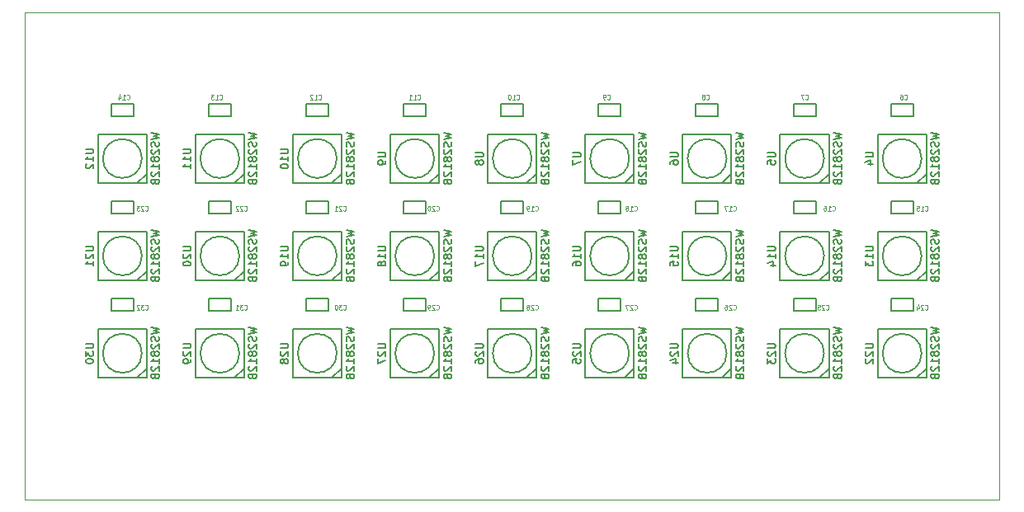
<source format=gbo>
G04 (created by PCBNEW (2013-07-07 BZR 4022)-stable) date 02/01/2016 16:19:00*
%MOIN*%
G04 Gerber Fmt 3.4, Leading zero omitted, Abs format*
%FSLAX34Y34*%
G01*
G70*
G90*
G04 APERTURE LIST*
%ADD10C,0.00590551*%
%ADD11C,0.00393701*%
%ADD12C,0.005*%
%ADD13C,0.0059*%
%ADD14C,0.0045*%
G04 APERTURE END LIST*
G54D10*
G54D11*
X39370Y0D02*
X0Y0D01*
X39370Y19685D02*
X39370Y0D01*
X0Y19685D02*
X39370Y19685D01*
X0Y0D02*
X0Y19685D01*
G54D12*
X19235Y11561D02*
X20135Y11561D01*
X20135Y11561D02*
X20135Y12061D01*
X20135Y12061D02*
X19235Y12061D01*
X19235Y12061D02*
X19235Y11561D01*
X3487Y7624D02*
X4387Y7624D01*
X4387Y7624D02*
X4387Y8124D01*
X4387Y8124D02*
X3487Y8124D01*
X3487Y8124D02*
X3487Y7624D01*
X7424Y7624D02*
X8324Y7624D01*
X8324Y7624D02*
X8324Y8124D01*
X8324Y8124D02*
X7424Y8124D01*
X7424Y8124D02*
X7424Y7624D01*
X11361Y7624D02*
X12261Y7624D01*
X12261Y7624D02*
X12261Y8124D01*
X12261Y8124D02*
X11361Y8124D01*
X11361Y8124D02*
X11361Y7624D01*
X15298Y7624D02*
X16198Y7624D01*
X16198Y7624D02*
X16198Y8124D01*
X16198Y8124D02*
X15298Y8124D01*
X15298Y8124D02*
X15298Y7624D01*
X19235Y7624D02*
X20135Y7624D01*
X20135Y7624D02*
X20135Y8124D01*
X20135Y8124D02*
X19235Y8124D01*
X19235Y8124D02*
X19235Y7624D01*
X23172Y7624D02*
X24072Y7624D01*
X24072Y7624D02*
X24072Y8124D01*
X24072Y8124D02*
X23172Y8124D01*
X23172Y8124D02*
X23172Y7624D01*
X27109Y7624D02*
X28009Y7624D01*
X28009Y7624D02*
X28009Y8124D01*
X28009Y8124D02*
X27109Y8124D01*
X27109Y8124D02*
X27109Y7624D01*
X31046Y7624D02*
X31946Y7624D01*
X31946Y7624D02*
X31946Y8124D01*
X31946Y8124D02*
X31046Y8124D01*
X31046Y8124D02*
X31046Y7624D01*
X34983Y7624D02*
X35883Y7624D01*
X35883Y7624D02*
X35883Y8124D01*
X35883Y8124D02*
X34983Y8124D01*
X34983Y8124D02*
X34983Y7624D01*
X3487Y11561D02*
X4387Y11561D01*
X4387Y11561D02*
X4387Y12061D01*
X4387Y12061D02*
X3487Y12061D01*
X3487Y12061D02*
X3487Y11561D01*
X7424Y11561D02*
X8324Y11561D01*
X8324Y11561D02*
X8324Y12061D01*
X8324Y12061D02*
X7424Y12061D01*
X7424Y12061D02*
X7424Y11561D01*
X11361Y11561D02*
X12261Y11561D01*
X12261Y11561D02*
X12261Y12061D01*
X12261Y12061D02*
X11361Y12061D01*
X11361Y12061D02*
X11361Y11561D01*
X15298Y11561D02*
X16198Y11561D01*
X16198Y11561D02*
X16198Y12061D01*
X16198Y12061D02*
X15298Y12061D01*
X15298Y12061D02*
X15298Y11561D01*
X23172Y11561D02*
X24072Y11561D01*
X24072Y11561D02*
X24072Y12061D01*
X24072Y12061D02*
X23172Y12061D01*
X23172Y12061D02*
X23172Y11561D01*
X27109Y11561D02*
X28009Y11561D01*
X28009Y11561D02*
X28009Y12061D01*
X28009Y12061D02*
X27109Y12061D01*
X27109Y12061D02*
X27109Y11561D01*
X31046Y11561D02*
X31946Y11561D01*
X31946Y11561D02*
X31946Y12061D01*
X31946Y12061D02*
X31046Y12061D01*
X31046Y12061D02*
X31046Y11561D01*
X34983Y11561D02*
X35883Y11561D01*
X35883Y11561D02*
X35883Y12061D01*
X35883Y12061D02*
X34983Y12061D01*
X34983Y12061D02*
X34983Y11561D01*
X3487Y15498D02*
X4387Y15498D01*
X4387Y15498D02*
X4387Y15998D01*
X4387Y15998D02*
X3487Y15998D01*
X3487Y15998D02*
X3487Y15498D01*
X7424Y15498D02*
X8324Y15498D01*
X8324Y15498D02*
X8324Y15998D01*
X8324Y15998D02*
X7424Y15998D01*
X7424Y15998D02*
X7424Y15498D01*
X11361Y15498D02*
X12261Y15498D01*
X12261Y15498D02*
X12261Y15998D01*
X12261Y15998D02*
X11361Y15998D01*
X11361Y15998D02*
X11361Y15498D01*
X15298Y15498D02*
X16198Y15498D01*
X16198Y15498D02*
X16198Y15998D01*
X16198Y15998D02*
X15298Y15998D01*
X15298Y15998D02*
X15298Y15498D01*
X19235Y15498D02*
X20135Y15498D01*
X20135Y15498D02*
X20135Y15998D01*
X20135Y15998D02*
X19235Y15998D01*
X19235Y15998D02*
X19235Y15498D01*
X23172Y15498D02*
X24072Y15498D01*
X24072Y15498D02*
X24072Y15998D01*
X24072Y15998D02*
X23172Y15998D01*
X23172Y15998D02*
X23172Y15498D01*
X27109Y15498D02*
X28009Y15498D01*
X28009Y15498D02*
X28009Y15998D01*
X28009Y15998D02*
X27109Y15998D01*
X27109Y15998D02*
X27109Y15498D01*
X31046Y15498D02*
X31946Y15498D01*
X31946Y15498D02*
X31946Y15998D01*
X31946Y15998D02*
X31046Y15998D01*
X31046Y15998D02*
X31046Y15498D01*
X34983Y15498D02*
X35883Y15498D01*
X35883Y15498D02*
X35883Y15998D01*
X35883Y15998D02*
X34983Y15998D01*
X34983Y15998D02*
X34983Y15498D01*
G54D10*
X4527Y12795D02*
X4921Y13149D01*
X2952Y14763D02*
X2952Y12795D01*
X2952Y12795D02*
X4921Y12795D01*
X4921Y12795D02*
X4921Y14763D01*
X4921Y14763D02*
X2952Y14763D01*
G54D13*
X4724Y13779D02*
G75*
G03X4724Y13779I-787J0D01*
G74*
G01*
G54D10*
X16338Y4921D02*
X16732Y5275D01*
X14763Y6889D02*
X14763Y4921D01*
X14763Y4921D02*
X16732Y4921D01*
X16732Y4921D02*
X16732Y6889D01*
X16732Y6889D02*
X14763Y6889D01*
G54D13*
X16535Y5905D02*
G75*
G03X16535Y5905I-787J0D01*
G74*
G01*
G54D10*
X12401Y4921D02*
X12795Y5275D01*
X10826Y6889D02*
X10826Y4921D01*
X10826Y4921D02*
X12795Y4921D01*
X12795Y4921D02*
X12795Y6889D01*
X12795Y6889D02*
X10826Y6889D01*
G54D13*
X12598Y5905D02*
G75*
G03X12598Y5905I-787J0D01*
G74*
G01*
G54D10*
X8464Y4921D02*
X8858Y5275D01*
X6889Y6889D02*
X6889Y4921D01*
X6889Y4921D02*
X8858Y4921D01*
X8858Y4921D02*
X8858Y6889D01*
X8858Y6889D02*
X6889Y6889D01*
G54D13*
X8661Y5905D02*
G75*
G03X8661Y5905I-787J0D01*
G74*
G01*
G54D10*
X4527Y4921D02*
X4921Y5275D01*
X2952Y6889D02*
X2952Y4921D01*
X2952Y4921D02*
X4921Y4921D01*
X4921Y4921D02*
X4921Y6889D01*
X4921Y6889D02*
X2952Y6889D01*
G54D13*
X4724Y5905D02*
G75*
G03X4724Y5905I-787J0D01*
G74*
G01*
G54D10*
X32086Y4921D02*
X32480Y5275D01*
X30511Y6889D02*
X30511Y4921D01*
X30511Y4921D02*
X32480Y4921D01*
X32480Y4921D02*
X32480Y6889D01*
X32480Y6889D02*
X30511Y6889D01*
G54D13*
X32284Y5905D02*
G75*
G03X32284Y5905I-787J0D01*
G74*
G01*
G54D10*
X36023Y8858D02*
X36417Y9212D01*
X34448Y10826D02*
X34448Y8858D01*
X34448Y8858D02*
X36417Y8858D01*
X36417Y8858D02*
X36417Y10826D01*
X36417Y10826D02*
X34448Y10826D01*
G54D13*
X36221Y9842D02*
G75*
G03X36221Y9842I-787J0D01*
G74*
G01*
G54D10*
X32086Y8858D02*
X32480Y9212D01*
X30511Y10826D02*
X30511Y8858D01*
X30511Y8858D02*
X32480Y8858D01*
X32480Y8858D02*
X32480Y10826D01*
X32480Y10826D02*
X30511Y10826D01*
G54D13*
X32284Y9842D02*
G75*
G03X32284Y9842I-787J0D01*
G74*
G01*
G54D10*
X28149Y4921D02*
X28543Y5275D01*
X26574Y6889D02*
X26574Y4921D01*
X26574Y4921D02*
X28543Y4921D01*
X28543Y4921D02*
X28543Y6889D01*
X28543Y6889D02*
X26574Y6889D01*
G54D13*
X28347Y5905D02*
G75*
G03X28347Y5905I-787J0D01*
G74*
G01*
G54D10*
X24212Y4921D02*
X24606Y5275D01*
X22637Y6889D02*
X22637Y4921D01*
X22637Y4921D02*
X24606Y4921D01*
X24606Y4921D02*
X24606Y6889D01*
X24606Y6889D02*
X22637Y6889D01*
G54D13*
X24410Y5905D02*
G75*
G03X24410Y5905I-787J0D01*
G74*
G01*
G54D10*
X20275Y4921D02*
X20669Y5275D01*
X18700Y6889D02*
X18700Y4921D01*
X18700Y4921D02*
X20669Y4921D01*
X20669Y4921D02*
X20669Y6889D01*
X20669Y6889D02*
X18700Y6889D01*
G54D13*
X20473Y5905D02*
G75*
G03X20473Y5905I-787J0D01*
G74*
G01*
G54D10*
X8464Y12795D02*
X8858Y13149D01*
X6889Y14763D02*
X6889Y12795D01*
X6889Y12795D02*
X8858Y12795D01*
X8858Y12795D02*
X8858Y14763D01*
X8858Y14763D02*
X6889Y14763D01*
G54D13*
X8661Y13779D02*
G75*
G03X8661Y13779I-787J0D01*
G74*
G01*
G54D10*
X36023Y12795D02*
X36417Y13149D01*
X34448Y14763D02*
X34448Y12795D01*
X34448Y12795D02*
X36417Y12795D01*
X36417Y12795D02*
X36417Y14763D01*
X36417Y14763D02*
X34448Y14763D01*
G54D13*
X36221Y13779D02*
G75*
G03X36221Y13779I-787J0D01*
G74*
G01*
G54D10*
X32086Y12795D02*
X32480Y13149D01*
X30511Y14763D02*
X30511Y12795D01*
X30511Y12795D02*
X32480Y12795D01*
X32480Y12795D02*
X32480Y14763D01*
X32480Y14763D02*
X30511Y14763D01*
G54D13*
X32284Y13779D02*
G75*
G03X32284Y13779I-787J0D01*
G74*
G01*
G54D10*
X28149Y12795D02*
X28543Y13149D01*
X26574Y14763D02*
X26574Y12795D01*
X26574Y12795D02*
X28543Y12795D01*
X28543Y12795D02*
X28543Y14763D01*
X28543Y14763D02*
X26574Y14763D01*
G54D13*
X28347Y13779D02*
G75*
G03X28347Y13779I-787J0D01*
G74*
G01*
G54D10*
X24212Y12795D02*
X24606Y13149D01*
X22637Y14763D02*
X22637Y12795D01*
X22637Y12795D02*
X24606Y12795D01*
X24606Y12795D02*
X24606Y14763D01*
X24606Y14763D02*
X22637Y14763D01*
G54D13*
X24410Y13779D02*
G75*
G03X24410Y13779I-787J0D01*
G74*
G01*
G54D10*
X20275Y12795D02*
X20669Y13149D01*
X18700Y14763D02*
X18700Y12795D01*
X18700Y12795D02*
X20669Y12795D01*
X20669Y12795D02*
X20669Y14763D01*
X20669Y14763D02*
X18700Y14763D01*
G54D13*
X20473Y13779D02*
G75*
G03X20473Y13779I-787J0D01*
G74*
G01*
G54D10*
X16338Y12795D02*
X16732Y13149D01*
X14763Y14763D02*
X14763Y12795D01*
X14763Y12795D02*
X16732Y12795D01*
X16732Y12795D02*
X16732Y14763D01*
X16732Y14763D02*
X14763Y14763D01*
G54D13*
X16535Y13779D02*
G75*
G03X16535Y13779I-787J0D01*
G74*
G01*
G54D10*
X12401Y12795D02*
X12795Y13149D01*
X10826Y14763D02*
X10826Y12795D01*
X10826Y12795D02*
X12795Y12795D01*
X12795Y12795D02*
X12795Y14763D01*
X12795Y14763D02*
X10826Y14763D01*
G54D13*
X12598Y13779D02*
G75*
G03X12598Y13779I-787J0D01*
G74*
G01*
G54D10*
X28149Y8858D02*
X28543Y9212D01*
X26574Y10826D02*
X26574Y8858D01*
X26574Y8858D02*
X28543Y8858D01*
X28543Y8858D02*
X28543Y10826D01*
X28543Y10826D02*
X26574Y10826D01*
G54D13*
X28347Y9842D02*
G75*
G03X28347Y9842I-787J0D01*
G74*
G01*
G54D10*
X24212Y8858D02*
X24606Y9212D01*
X22637Y10826D02*
X22637Y8858D01*
X22637Y8858D02*
X24606Y8858D01*
X24606Y8858D02*
X24606Y10826D01*
X24606Y10826D02*
X22637Y10826D01*
G54D13*
X24410Y9842D02*
G75*
G03X24410Y9842I-787J0D01*
G74*
G01*
G54D10*
X20275Y8858D02*
X20669Y9212D01*
X18700Y10826D02*
X18700Y8858D01*
X18700Y8858D02*
X20669Y8858D01*
X20669Y8858D02*
X20669Y10826D01*
X20669Y10826D02*
X18700Y10826D01*
G54D13*
X20473Y9842D02*
G75*
G03X20473Y9842I-787J0D01*
G74*
G01*
G54D10*
X16338Y8858D02*
X16732Y9212D01*
X14763Y10826D02*
X14763Y8858D01*
X14763Y8858D02*
X16732Y8858D01*
X16732Y8858D02*
X16732Y10826D01*
X16732Y10826D02*
X14763Y10826D01*
G54D13*
X16535Y9842D02*
G75*
G03X16535Y9842I-787J0D01*
G74*
G01*
G54D10*
X12401Y8858D02*
X12795Y9212D01*
X10826Y10826D02*
X10826Y8858D01*
X10826Y8858D02*
X12795Y8858D01*
X12795Y8858D02*
X12795Y10826D01*
X12795Y10826D02*
X10826Y10826D01*
G54D13*
X12598Y9842D02*
G75*
G03X12598Y9842I-787J0D01*
G74*
G01*
G54D10*
X8464Y8858D02*
X8858Y9212D01*
X6889Y10826D02*
X6889Y8858D01*
X6889Y8858D02*
X8858Y8858D01*
X8858Y8858D02*
X8858Y10826D01*
X8858Y10826D02*
X6889Y10826D01*
G54D13*
X8661Y9842D02*
G75*
G03X8661Y9842I-787J0D01*
G74*
G01*
G54D10*
X4527Y8858D02*
X4921Y9212D01*
X2952Y10826D02*
X2952Y8858D01*
X2952Y8858D02*
X4921Y8858D01*
X4921Y8858D02*
X4921Y10826D01*
X4921Y10826D02*
X2952Y10826D01*
G54D13*
X4724Y9842D02*
G75*
G03X4724Y9842I-787J0D01*
G74*
G01*
G54D10*
X36023Y4921D02*
X36417Y5275D01*
X34448Y6889D02*
X34448Y4921D01*
X34448Y4921D02*
X36417Y4921D01*
X36417Y4921D02*
X36417Y6889D01*
X36417Y6889D02*
X34448Y6889D01*
G54D13*
X36221Y5905D02*
G75*
G03X36221Y5905I-787J0D01*
G74*
G01*
G54D14*
X20615Y11688D02*
X20624Y11678D01*
X20650Y11669D01*
X20667Y11669D01*
X20692Y11678D01*
X20710Y11697D01*
X20718Y11716D01*
X20727Y11754D01*
X20727Y11783D01*
X20718Y11821D01*
X20710Y11840D01*
X20692Y11859D01*
X20667Y11869D01*
X20650Y11869D01*
X20624Y11859D01*
X20615Y11850D01*
X20444Y11669D02*
X20547Y11669D01*
X20495Y11669D02*
X20495Y11869D01*
X20512Y11840D01*
X20530Y11821D01*
X20547Y11811D01*
X20358Y11669D02*
X20324Y11669D01*
X20307Y11678D01*
X20298Y11688D01*
X20281Y11716D01*
X20272Y11754D01*
X20272Y11830D01*
X20281Y11850D01*
X20290Y11859D01*
X20307Y11869D01*
X20341Y11869D01*
X20358Y11859D01*
X20367Y11850D01*
X20375Y11830D01*
X20375Y11783D01*
X20367Y11764D01*
X20358Y11754D01*
X20341Y11745D01*
X20307Y11745D01*
X20290Y11754D01*
X20281Y11764D01*
X20272Y11783D01*
X4865Y7688D02*
X4874Y7678D01*
X4900Y7669D01*
X4917Y7669D01*
X4942Y7678D01*
X4960Y7697D01*
X4968Y7716D01*
X4977Y7754D01*
X4977Y7783D01*
X4968Y7821D01*
X4960Y7840D01*
X4942Y7859D01*
X4917Y7869D01*
X4900Y7869D01*
X4874Y7859D01*
X4865Y7850D01*
X4805Y7869D02*
X4694Y7869D01*
X4754Y7792D01*
X4728Y7792D01*
X4711Y7783D01*
X4702Y7773D01*
X4694Y7754D01*
X4694Y7707D01*
X4702Y7688D01*
X4711Y7678D01*
X4728Y7669D01*
X4780Y7669D01*
X4797Y7678D01*
X4805Y7688D01*
X4625Y7850D02*
X4617Y7859D01*
X4600Y7869D01*
X4557Y7869D01*
X4540Y7859D01*
X4531Y7850D01*
X4522Y7830D01*
X4522Y7811D01*
X4531Y7783D01*
X4634Y7669D01*
X4522Y7669D01*
X8865Y7688D02*
X8874Y7678D01*
X8900Y7669D01*
X8917Y7669D01*
X8942Y7678D01*
X8960Y7697D01*
X8968Y7716D01*
X8977Y7754D01*
X8977Y7783D01*
X8968Y7821D01*
X8960Y7840D01*
X8942Y7859D01*
X8917Y7869D01*
X8900Y7869D01*
X8874Y7859D01*
X8865Y7850D01*
X8805Y7869D02*
X8694Y7869D01*
X8754Y7792D01*
X8728Y7792D01*
X8711Y7783D01*
X8702Y7773D01*
X8694Y7754D01*
X8694Y7707D01*
X8702Y7688D01*
X8711Y7678D01*
X8728Y7669D01*
X8780Y7669D01*
X8797Y7678D01*
X8805Y7688D01*
X8522Y7669D02*
X8625Y7669D01*
X8574Y7669D02*
X8574Y7869D01*
X8591Y7840D01*
X8608Y7821D01*
X8625Y7811D01*
X12865Y7688D02*
X12874Y7678D01*
X12900Y7669D01*
X12917Y7669D01*
X12942Y7678D01*
X12960Y7697D01*
X12968Y7716D01*
X12977Y7754D01*
X12977Y7783D01*
X12968Y7821D01*
X12960Y7840D01*
X12942Y7859D01*
X12917Y7869D01*
X12900Y7869D01*
X12874Y7859D01*
X12865Y7850D01*
X12805Y7869D02*
X12694Y7869D01*
X12754Y7792D01*
X12728Y7792D01*
X12711Y7783D01*
X12702Y7773D01*
X12694Y7754D01*
X12694Y7707D01*
X12702Y7688D01*
X12711Y7678D01*
X12728Y7669D01*
X12780Y7669D01*
X12797Y7678D01*
X12805Y7688D01*
X12582Y7869D02*
X12565Y7869D01*
X12548Y7859D01*
X12540Y7850D01*
X12531Y7830D01*
X12522Y7792D01*
X12522Y7745D01*
X12531Y7707D01*
X12540Y7688D01*
X12548Y7678D01*
X12565Y7669D01*
X12582Y7669D01*
X12600Y7678D01*
X12608Y7688D01*
X12617Y7707D01*
X12625Y7745D01*
X12625Y7792D01*
X12617Y7830D01*
X12608Y7850D01*
X12600Y7859D01*
X12582Y7869D01*
X16615Y7688D02*
X16624Y7678D01*
X16650Y7669D01*
X16667Y7669D01*
X16692Y7678D01*
X16710Y7697D01*
X16718Y7716D01*
X16727Y7754D01*
X16727Y7783D01*
X16718Y7821D01*
X16710Y7840D01*
X16692Y7859D01*
X16667Y7869D01*
X16650Y7869D01*
X16624Y7859D01*
X16615Y7850D01*
X16547Y7850D02*
X16538Y7859D01*
X16521Y7869D01*
X16478Y7869D01*
X16461Y7859D01*
X16452Y7850D01*
X16444Y7830D01*
X16444Y7811D01*
X16452Y7783D01*
X16555Y7669D01*
X16444Y7669D01*
X16358Y7669D02*
X16324Y7669D01*
X16307Y7678D01*
X16298Y7688D01*
X16281Y7716D01*
X16272Y7754D01*
X16272Y7830D01*
X16281Y7850D01*
X16290Y7859D01*
X16307Y7869D01*
X16341Y7869D01*
X16358Y7859D01*
X16367Y7850D01*
X16375Y7830D01*
X16375Y7783D01*
X16367Y7764D01*
X16358Y7754D01*
X16341Y7745D01*
X16307Y7745D01*
X16290Y7754D01*
X16281Y7764D01*
X16272Y7783D01*
X20615Y7688D02*
X20624Y7678D01*
X20650Y7669D01*
X20667Y7669D01*
X20692Y7678D01*
X20710Y7697D01*
X20718Y7716D01*
X20727Y7754D01*
X20727Y7783D01*
X20718Y7821D01*
X20710Y7840D01*
X20692Y7859D01*
X20667Y7869D01*
X20650Y7869D01*
X20624Y7859D01*
X20615Y7850D01*
X20547Y7850D02*
X20538Y7859D01*
X20521Y7869D01*
X20478Y7869D01*
X20461Y7859D01*
X20452Y7850D01*
X20444Y7830D01*
X20444Y7811D01*
X20452Y7783D01*
X20555Y7669D01*
X20444Y7669D01*
X20341Y7783D02*
X20358Y7792D01*
X20367Y7802D01*
X20375Y7821D01*
X20375Y7830D01*
X20367Y7850D01*
X20358Y7859D01*
X20341Y7869D01*
X20307Y7869D01*
X20290Y7859D01*
X20281Y7850D01*
X20272Y7830D01*
X20272Y7821D01*
X20281Y7802D01*
X20290Y7792D01*
X20307Y7783D01*
X20341Y7783D01*
X20358Y7773D01*
X20367Y7764D01*
X20375Y7745D01*
X20375Y7707D01*
X20367Y7688D01*
X20358Y7678D01*
X20341Y7669D01*
X20307Y7669D01*
X20290Y7678D01*
X20281Y7688D01*
X20272Y7707D01*
X20272Y7745D01*
X20281Y7764D01*
X20290Y7773D01*
X20307Y7783D01*
X24615Y7688D02*
X24624Y7678D01*
X24650Y7669D01*
X24667Y7669D01*
X24692Y7678D01*
X24710Y7697D01*
X24718Y7716D01*
X24727Y7754D01*
X24727Y7783D01*
X24718Y7821D01*
X24710Y7840D01*
X24692Y7859D01*
X24667Y7869D01*
X24650Y7869D01*
X24624Y7859D01*
X24615Y7850D01*
X24547Y7850D02*
X24538Y7859D01*
X24521Y7869D01*
X24478Y7869D01*
X24461Y7859D01*
X24452Y7850D01*
X24444Y7830D01*
X24444Y7811D01*
X24452Y7783D01*
X24555Y7669D01*
X24444Y7669D01*
X24384Y7869D02*
X24264Y7869D01*
X24341Y7669D01*
X28615Y7688D02*
X28624Y7678D01*
X28650Y7669D01*
X28667Y7669D01*
X28692Y7678D01*
X28710Y7697D01*
X28718Y7716D01*
X28727Y7754D01*
X28727Y7783D01*
X28718Y7821D01*
X28710Y7840D01*
X28692Y7859D01*
X28667Y7869D01*
X28650Y7869D01*
X28624Y7859D01*
X28615Y7850D01*
X28547Y7850D02*
X28538Y7859D01*
X28521Y7869D01*
X28478Y7869D01*
X28461Y7859D01*
X28452Y7850D01*
X28444Y7830D01*
X28444Y7811D01*
X28452Y7783D01*
X28555Y7669D01*
X28444Y7669D01*
X28290Y7869D02*
X28324Y7869D01*
X28341Y7859D01*
X28350Y7850D01*
X28367Y7821D01*
X28375Y7783D01*
X28375Y7707D01*
X28367Y7688D01*
X28358Y7678D01*
X28341Y7669D01*
X28307Y7669D01*
X28290Y7678D01*
X28281Y7688D01*
X28272Y7707D01*
X28272Y7754D01*
X28281Y7773D01*
X28290Y7783D01*
X28307Y7792D01*
X28341Y7792D01*
X28358Y7783D01*
X28367Y7773D01*
X28375Y7754D01*
X32365Y7688D02*
X32374Y7678D01*
X32400Y7669D01*
X32417Y7669D01*
X32442Y7678D01*
X32460Y7697D01*
X32468Y7716D01*
X32477Y7754D01*
X32477Y7783D01*
X32468Y7821D01*
X32460Y7840D01*
X32442Y7859D01*
X32417Y7869D01*
X32400Y7869D01*
X32374Y7859D01*
X32365Y7850D01*
X32297Y7850D02*
X32288Y7859D01*
X32271Y7869D01*
X32228Y7869D01*
X32211Y7859D01*
X32202Y7850D01*
X32194Y7830D01*
X32194Y7811D01*
X32202Y7783D01*
X32305Y7669D01*
X32194Y7669D01*
X32031Y7869D02*
X32117Y7869D01*
X32125Y7773D01*
X32117Y7783D01*
X32100Y7792D01*
X32057Y7792D01*
X32040Y7783D01*
X32031Y7773D01*
X32022Y7754D01*
X32022Y7707D01*
X32031Y7688D01*
X32040Y7678D01*
X32057Y7669D01*
X32100Y7669D01*
X32117Y7678D01*
X32125Y7688D01*
X36365Y7688D02*
X36374Y7678D01*
X36400Y7669D01*
X36417Y7669D01*
X36442Y7678D01*
X36460Y7697D01*
X36468Y7716D01*
X36477Y7754D01*
X36477Y7783D01*
X36468Y7821D01*
X36460Y7840D01*
X36442Y7859D01*
X36417Y7869D01*
X36400Y7869D01*
X36374Y7859D01*
X36365Y7850D01*
X36297Y7850D02*
X36288Y7859D01*
X36271Y7869D01*
X36228Y7869D01*
X36211Y7859D01*
X36202Y7850D01*
X36194Y7830D01*
X36194Y7811D01*
X36202Y7783D01*
X36305Y7669D01*
X36194Y7669D01*
X36040Y7802D02*
X36040Y7669D01*
X36082Y7878D02*
X36125Y7735D01*
X36014Y7735D01*
X4865Y11688D02*
X4874Y11678D01*
X4900Y11669D01*
X4917Y11669D01*
X4942Y11678D01*
X4960Y11697D01*
X4968Y11716D01*
X4977Y11754D01*
X4977Y11783D01*
X4968Y11821D01*
X4960Y11840D01*
X4942Y11859D01*
X4917Y11869D01*
X4900Y11869D01*
X4874Y11859D01*
X4865Y11850D01*
X4797Y11850D02*
X4788Y11859D01*
X4771Y11869D01*
X4728Y11869D01*
X4711Y11859D01*
X4702Y11850D01*
X4694Y11830D01*
X4694Y11811D01*
X4702Y11783D01*
X4805Y11669D01*
X4694Y11669D01*
X4634Y11869D02*
X4522Y11869D01*
X4582Y11792D01*
X4557Y11792D01*
X4540Y11783D01*
X4531Y11773D01*
X4522Y11754D01*
X4522Y11707D01*
X4531Y11688D01*
X4540Y11678D01*
X4557Y11669D01*
X4608Y11669D01*
X4625Y11678D01*
X4634Y11688D01*
X8865Y11688D02*
X8874Y11678D01*
X8900Y11669D01*
X8917Y11669D01*
X8942Y11678D01*
X8960Y11697D01*
X8968Y11716D01*
X8977Y11754D01*
X8977Y11783D01*
X8968Y11821D01*
X8960Y11840D01*
X8942Y11859D01*
X8917Y11869D01*
X8900Y11869D01*
X8874Y11859D01*
X8865Y11850D01*
X8797Y11850D02*
X8788Y11859D01*
X8771Y11869D01*
X8728Y11869D01*
X8711Y11859D01*
X8702Y11850D01*
X8694Y11830D01*
X8694Y11811D01*
X8702Y11783D01*
X8805Y11669D01*
X8694Y11669D01*
X8625Y11850D02*
X8617Y11859D01*
X8600Y11869D01*
X8557Y11869D01*
X8540Y11859D01*
X8531Y11850D01*
X8522Y11830D01*
X8522Y11811D01*
X8531Y11783D01*
X8634Y11669D01*
X8522Y11669D01*
X12865Y11688D02*
X12874Y11678D01*
X12900Y11669D01*
X12917Y11669D01*
X12942Y11678D01*
X12960Y11697D01*
X12968Y11716D01*
X12977Y11754D01*
X12977Y11783D01*
X12968Y11821D01*
X12960Y11840D01*
X12942Y11859D01*
X12917Y11869D01*
X12900Y11869D01*
X12874Y11859D01*
X12865Y11850D01*
X12797Y11850D02*
X12788Y11859D01*
X12771Y11869D01*
X12728Y11869D01*
X12711Y11859D01*
X12702Y11850D01*
X12694Y11830D01*
X12694Y11811D01*
X12702Y11783D01*
X12805Y11669D01*
X12694Y11669D01*
X12522Y11669D02*
X12625Y11669D01*
X12574Y11669D02*
X12574Y11869D01*
X12591Y11840D01*
X12608Y11821D01*
X12625Y11811D01*
X16615Y11688D02*
X16624Y11678D01*
X16650Y11669D01*
X16667Y11669D01*
X16692Y11678D01*
X16710Y11697D01*
X16718Y11716D01*
X16727Y11754D01*
X16727Y11783D01*
X16718Y11821D01*
X16710Y11840D01*
X16692Y11859D01*
X16667Y11869D01*
X16650Y11869D01*
X16624Y11859D01*
X16615Y11850D01*
X16547Y11850D02*
X16538Y11859D01*
X16521Y11869D01*
X16478Y11869D01*
X16461Y11859D01*
X16452Y11850D01*
X16444Y11830D01*
X16444Y11811D01*
X16452Y11783D01*
X16555Y11669D01*
X16444Y11669D01*
X16332Y11869D02*
X16315Y11869D01*
X16298Y11859D01*
X16290Y11850D01*
X16281Y11830D01*
X16272Y11792D01*
X16272Y11745D01*
X16281Y11707D01*
X16290Y11688D01*
X16298Y11678D01*
X16315Y11669D01*
X16332Y11669D01*
X16350Y11678D01*
X16358Y11688D01*
X16367Y11707D01*
X16375Y11745D01*
X16375Y11792D01*
X16367Y11830D01*
X16358Y11850D01*
X16350Y11859D01*
X16332Y11869D01*
X24615Y11688D02*
X24624Y11678D01*
X24650Y11669D01*
X24667Y11669D01*
X24692Y11678D01*
X24710Y11697D01*
X24718Y11716D01*
X24727Y11754D01*
X24727Y11783D01*
X24718Y11821D01*
X24710Y11840D01*
X24692Y11859D01*
X24667Y11869D01*
X24650Y11869D01*
X24624Y11859D01*
X24615Y11850D01*
X24444Y11669D02*
X24547Y11669D01*
X24495Y11669D02*
X24495Y11869D01*
X24512Y11840D01*
X24530Y11821D01*
X24547Y11811D01*
X24341Y11783D02*
X24358Y11792D01*
X24367Y11802D01*
X24375Y11821D01*
X24375Y11830D01*
X24367Y11850D01*
X24358Y11859D01*
X24341Y11869D01*
X24307Y11869D01*
X24290Y11859D01*
X24281Y11850D01*
X24272Y11830D01*
X24272Y11821D01*
X24281Y11802D01*
X24290Y11792D01*
X24307Y11783D01*
X24341Y11783D01*
X24358Y11773D01*
X24367Y11764D01*
X24375Y11745D01*
X24375Y11707D01*
X24367Y11688D01*
X24358Y11678D01*
X24341Y11669D01*
X24307Y11669D01*
X24290Y11678D01*
X24281Y11688D01*
X24272Y11707D01*
X24272Y11745D01*
X24281Y11764D01*
X24290Y11773D01*
X24307Y11783D01*
X28615Y11688D02*
X28624Y11678D01*
X28650Y11669D01*
X28667Y11669D01*
X28692Y11678D01*
X28710Y11697D01*
X28718Y11716D01*
X28727Y11754D01*
X28727Y11783D01*
X28718Y11821D01*
X28710Y11840D01*
X28692Y11859D01*
X28667Y11869D01*
X28650Y11869D01*
X28624Y11859D01*
X28615Y11850D01*
X28444Y11669D02*
X28547Y11669D01*
X28495Y11669D02*
X28495Y11869D01*
X28512Y11840D01*
X28530Y11821D01*
X28547Y11811D01*
X28384Y11869D02*
X28264Y11869D01*
X28341Y11669D01*
X32615Y11688D02*
X32624Y11678D01*
X32650Y11669D01*
X32667Y11669D01*
X32692Y11678D01*
X32710Y11697D01*
X32718Y11716D01*
X32727Y11754D01*
X32727Y11783D01*
X32718Y11821D01*
X32710Y11840D01*
X32692Y11859D01*
X32667Y11869D01*
X32650Y11869D01*
X32624Y11859D01*
X32615Y11850D01*
X32444Y11669D02*
X32547Y11669D01*
X32495Y11669D02*
X32495Y11869D01*
X32512Y11840D01*
X32530Y11821D01*
X32547Y11811D01*
X32290Y11869D02*
X32324Y11869D01*
X32341Y11859D01*
X32350Y11850D01*
X32367Y11821D01*
X32375Y11783D01*
X32375Y11707D01*
X32367Y11688D01*
X32358Y11678D01*
X32341Y11669D01*
X32307Y11669D01*
X32290Y11678D01*
X32281Y11688D01*
X32272Y11707D01*
X32272Y11754D01*
X32281Y11773D01*
X32290Y11783D01*
X32307Y11792D01*
X32341Y11792D01*
X32358Y11783D01*
X32367Y11773D01*
X32375Y11754D01*
X36365Y11688D02*
X36374Y11678D01*
X36400Y11669D01*
X36417Y11669D01*
X36442Y11678D01*
X36460Y11697D01*
X36468Y11716D01*
X36477Y11754D01*
X36477Y11783D01*
X36468Y11821D01*
X36460Y11840D01*
X36442Y11859D01*
X36417Y11869D01*
X36400Y11869D01*
X36374Y11859D01*
X36365Y11850D01*
X36194Y11669D02*
X36297Y11669D01*
X36245Y11669D02*
X36245Y11869D01*
X36262Y11840D01*
X36280Y11821D01*
X36297Y11811D01*
X36031Y11869D02*
X36117Y11869D01*
X36125Y11773D01*
X36117Y11783D01*
X36100Y11792D01*
X36057Y11792D01*
X36040Y11783D01*
X36031Y11773D01*
X36022Y11754D01*
X36022Y11707D01*
X36031Y11688D01*
X36040Y11678D01*
X36057Y11669D01*
X36100Y11669D01*
X36117Y11678D01*
X36125Y11688D01*
X4115Y16188D02*
X4124Y16178D01*
X4150Y16169D01*
X4167Y16169D01*
X4192Y16178D01*
X4210Y16197D01*
X4218Y16216D01*
X4227Y16254D01*
X4227Y16283D01*
X4218Y16321D01*
X4210Y16340D01*
X4192Y16359D01*
X4167Y16369D01*
X4150Y16369D01*
X4124Y16359D01*
X4115Y16350D01*
X3944Y16169D02*
X4047Y16169D01*
X3995Y16169D02*
X3995Y16369D01*
X4012Y16340D01*
X4030Y16321D01*
X4047Y16311D01*
X3790Y16302D02*
X3790Y16169D01*
X3832Y16378D02*
X3875Y16235D01*
X3764Y16235D01*
X7865Y16188D02*
X7874Y16178D01*
X7900Y16169D01*
X7917Y16169D01*
X7942Y16178D01*
X7960Y16197D01*
X7968Y16216D01*
X7977Y16254D01*
X7977Y16283D01*
X7968Y16321D01*
X7960Y16340D01*
X7942Y16359D01*
X7917Y16369D01*
X7900Y16369D01*
X7874Y16359D01*
X7865Y16350D01*
X7694Y16169D02*
X7797Y16169D01*
X7745Y16169D02*
X7745Y16369D01*
X7762Y16340D01*
X7780Y16321D01*
X7797Y16311D01*
X7634Y16369D02*
X7522Y16369D01*
X7582Y16292D01*
X7557Y16292D01*
X7540Y16283D01*
X7531Y16273D01*
X7522Y16254D01*
X7522Y16207D01*
X7531Y16188D01*
X7540Y16178D01*
X7557Y16169D01*
X7608Y16169D01*
X7625Y16178D01*
X7634Y16188D01*
X11865Y16188D02*
X11874Y16178D01*
X11900Y16169D01*
X11917Y16169D01*
X11942Y16178D01*
X11960Y16197D01*
X11968Y16216D01*
X11977Y16254D01*
X11977Y16283D01*
X11968Y16321D01*
X11960Y16340D01*
X11942Y16359D01*
X11917Y16369D01*
X11900Y16369D01*
X11874Y16359D01*
X11865Y16350D01*
X11694Y16169D02*
X11797Y16169D01*
X11745Y16169D02*
X11745Y16369D01*
X11762Y16340D01*
X11780Y16321D01*
X11797Y16311D01*
X11625Y16350D02*
X11617Y16359D01*
X11600Y16369D01*
X11557Y16369D01*
X11540Y16359D01*
X11531Y16350D01*
X11522Y16330D01*
X11522Y16311D01*
X11531Y16283D01*
X11634Y16169D01*
X11522Y16169D01*
X15865Y16188D02*
X15874Y16178D01*
X15900Y16169D01*
X15917Y16169D01*
X15942Y16178D01*
X15960Y16197D01*
X15968Y16216D01*
X15977Y16254D01*
X15977Y16283D01*
X15968Y16321D01*
X15960Y16340D01*
X15942Y16359D01*
X15917Y16369D01*
X15900Y16369D01*
X15874Y16359D01*
X15865Y16350D01*
X15694Y16169D02*
X15797Y16169D01*
X15745Y16169D02*
X15745Y16369D01*
X15762Y16340D01*
X15780Y16321D01*
X15797Y16311D01*
X15522Y16169D02*
X15625Y16169D01*
X15574Y16169D02*
X15574Y16369D01*
X15591Y16340D01*
X15608Y16321D01*
X15625Y16311D01*
X19865Y16188D02*
X19874Y16178D01*
X19900Y16169D01*
X19917Y16169D01*
X19942Y16178D01*
X19960Y16197D01*
X19968Y16216D01*
X19977Y16254D01*
X19977Y16283D01*
X19968Y16321D01*
X19960Y16340D01*
X19942Y16359D01*
X19917Y16369D01*
X19900Y16369D01*
X19874Y16359D01*
X19865Y16350D01*
X19694Y16169D02*
X19797Y16169D01*
X19745Y16169D02*
X19745Y16369D01*
X19762Y16340D01*
X19780Y16321D01*
X19797Y16311D01*
X19582Y16369D02*
X19565Y16369D01*
X19548Y16359D01*
X19540Y16350D01*
X19531Y16330D01*
X19522Y16292D01*
X19522Y16245D01*
X19531Y16207D01*
X19540Y16188D01*
X19548Y16178D01*
X19565Y16169D01*
X19582Y16169D01*
X19600Y16178D01*
X19608Y16188D01*
X19617Y16207D01*
X19625Y16245D01*
X19625Y16292D01*
X19617Y16330D01*
X19608Y16350D01*
X19600Y16359D01*
X19582Y16369D01*
X23530Y16188D02*
X23538Y16178D01*
X23564Y16169D01*
X23581Y16169D01*
X23607Y16178D01*
X23624Y16197D01*
X23632Y16216D01*
X23641Y16254D01*
X23641Y16283D01*
X23632Y16321D01*
X23624Y16340D01*
X23607Y16359D01*
X23581Y16369D01*
X23564Y16369D01*
X23538Y16359D01*
X23530Y16350D01*
X23444Y16169D02*
X23410Y16169D01*
X23392Y16178D01*
X23384Y16188D01*
X23367Y16216D01*
X23358Y16254D01*
X23358Y16330D01*
X23367Y16350D01*
X23375Y16359D01*
X23392Y16369D01*
X23427Y16369D01*
X23444Y16359D01*
X23452Y16350D01*
X23461Y16330D01*
X23461Y16283D01*
X23452Y16264D01*
X23444Y16254D01*
X23427Y16245D01*
X23392Y16245D01*
X23375Y16254D01*
X23367Y16264D01*
X23358Y16283D01*
X27530Y16188D02*
X27538Y16178D01*
X27564Y16169D01*
X27581Y16169D01*
X27607Y16178D01*
X27624Y16197D01*
X27632Y16216D01*
X27641Y16254D01*
X27641Y16283D01*
X27632Y16321D01*
X27624Y16340D01*
X27607Y16359D01*
X27581Y16369D01*
X27564Y16369D01*
X27538Y16359D01*
X27530Y16350D01*
X27427Y16283D02*
X27444Y16292D01*
X27452Y16302D01*
X27461Y16321D01*
X27461Y16330D01*
X27452Y16350D01*
X27444Y16359D01*
X27427Y16369D01*
X27392Y16369D01*
X27375Y16359D01*
X27367Y16350D01*
X27358Y16330D01*
X27358Y16321D01*
X27367Y16302D01*
X27375Y16292D01*
X27392Y16283D01*
X27427Y16283D01*
X27444Y16273D01*
X27452Y16264D01*
X27461Y16245D01*
X27461Y16207D01*
X27452Y16188D01*
X27444Y16178D01*
X27427Y16169D01*
X27392Y16169D01*
X27375Y16178D01*
X27367Y16188D01*
X27358Y16207D01*
X27358Y16245D01*
X27367Y16264D01*
X27375Y16273D01*
X27392Y16283D01*
X31530Y16188D02*
X31538Y16178D01*
X31564Y16169D01*
X31581Y16169D01*
X31607Y16178D01*
X31624Y16197D01*
X31632Y16216D01*
X31641Y16254D01*
X31641Y16283D01*
X31632Y16321D01*
X31624Y16340D01*
X31607Y16359D01*
X31581Y16369D01*
X31564Y16369D01*
X31538Y16359D01*
X31530Y16350D01*
X31470Y16369D02*
X31350Y16369D01*
X31427Y16169D01*
X35530Y16188D02*
X35538Y16178D01*
X35564Y16169D01*
X35581Y16169D01*
X35607Y16178D01*
X35624Y16197D01*
X35632Y16216D01*
X35641Y16254D01*
X35641Y16283D01*
X35632Y16321D01*
X35624Y16340D01*
X35607Y16359D01*
X35581Y16369D01*
X35564Y16369D01*
X35538Y16359D01*
X35530Y16350D01*
X35375Y16369D02*
X35410Y16369D01*
X35427Y16359D01*
X35435Y16350D01*
X35452Y16321D01*
X35461Y16283D01*
X35461Y16207D01*
X35452Y16188D01*
X35444Y16178D01*
X35427Y16169D01*
X35392Y16169D01*
X35375Y16178D01*
X35367Y16188D01*
X35358Y16207D01*
X35358Y16254D01*
X35367Y16273D01*
X35375Y16283D01*
X35392Y16292D01*
X35427Y16292D01*
X35444Y16283D01*
X35452Y16273D01*
X35461Y16254D01*
G54D13*
X2450Y14169D02*
X2705Y14169D01*
X2735Y14154D01*
X2750Y14139D01*
X2765Y14109D01*
X2765Y14049D01*
X2750Y14019D01*
X2735Y14004D01*
X2705Y13989D01*
X2450Y13989D01*
X2765Y13674D02*
X2765Y13854D01*
X2765Y13764D02*
X2450Y13764D01*
X2495Y13794D01*
X2525Y13824D01*
X2540Y13854D01*
X2480Y13554D02*
X2465Y13539D01*
X2450Y13509D01*
X2450Y13434D01*
X2465Y13404D01*
X2480Y13389D01*
X2510Y13374D01*
X2540Y13374D01*
X2585Y13389D01*
X2765Y13569D01*
X2765Y13374D01*
X5107Y14822D02*
X5422Y14747D01*
X5197Y14687D01*
X5422Y14627D01*
X5107Y14552D01*
X5407Y14447D02*
X5422Y14402D01*
X5422Y14327D01*
X5407Y14297D01*
X5392Y14282D01*
X5362Y14267D01*
X5332Y14267D01*
X5302Y14282D01*
X5287Y14297D01*
X5272Y14327D01*
X5257Y14387D01*
X5242Y14417D01*
X5227Y14432D01*
X5197Y14447D01*
X5167Y14447D01*
X5137Y14432D01*
X5122Y14417D01*
X5107Y14387D01*
X5107Y14312D01*
X5122Y14267D01*
X5137Y14147D02*
X5122Y14132D01*
X5107Y14102D01*
X5107Y14027D01*
X5122Y13997D01*
X5137Y13982D01*
X5167Y13967D01*
X5197Y13967D01*
X5242Y13982D01*
X5422Y14162D01*
X5422Y13967D01*
X5242Y13787D02*
X5227Y13817D01*
X5212Y13832D01*
X5182Y13847D01*
X5167Y13847D01*
X5137Y13832D01*
X5122Y13817D01*
X5107Y13787D01*
X5107Y13727D01*
X5122Y13697D01*
X5137Y13682D01*
X5167Y13667D01*
X5182Y13667D01*
X5212Y13682D01*
X5227Y13697D01*
X5242Y13727D01*
X5242Y13787D01*
X5257Y13817D01*
X5272Y13832D01*
X5302Y13847D01*
X5362Y13847D01*
X5392Y13832D01*
X5407Y13817D01*
X5422Y13787D01*
X5422Y13727D01*
X5407Y13697D01*
X5392Y13682D01*
X5362Y13667D01*
X5302Y13667D01*
X5272Y13682D01*
X5257Y13697D01*
X5242Y13727D01*
X5422Y13367D02*
X5422Y13547D01*
X5422Y13457D02*
X5107Y13457D01*
X5152Y13487D01*
X5182Y13517D01*
X5197Y13547D01*
X5137Y13247D02*
X5122Y13232D01*
X5107Y13202D01*
X5107Y13127D01*
X5122Y13097D01*
X5137Y13082D01*
X5167Y13067D01*
X5197Y13067D01*
X5242Y13082D01*
X5422Y13262D01*
X5422Y13067D01*
X5257Y12827D02*
X5272Y12782D01*
X5287Y12767D01*
X5317Y12752D01*
X5362Y12752D01*
X5392Y12767D01*
X5407Y12782D01*
X5422Y12812D01*
X5422Y12932D01*
X5107Y12932D01*
X5107Y12827D01*
X5122Y12797D01*
X5137Y12782D01*
X5167Y12767D01*
X5197Y12767D01*
X5227Y12782D01*
X5242Y12797D01*
X5257Y12827D01*
X5257Y12932D01*
X14261Y6295D02*
X14516Y6295D01*
X14546Y6280D01*
X14561Y6265D01*
X14576Y6235D01*
X14576Y6175D01*
X14561Y6145D01*
X14546Y6130D01*
X14516Y6115D01*
X14261Y6115D01*
X14291Y5980D02*
X14276Y5965D01*
X14261Y5935D01*
X14261Y5860D01*
X14276Y5830D01*
X14291Y5815D01*
X14321Y5800D01*
X14351Y5800D01*
X14396Y5815D01*
X14576Y5995D01*
X14576Y5800D01*
X14261Y5695D02*
X14261Y5485D01*
X14576Y5620D01*
X16918Y6948D02*
X17233Y6873D01*
X17008Y6813D01*
X17233Y6753D01*
X16918Y6678D01*
X17218Y6573D02*
X17233Y6528D01*
X17233Y6453D01*
X17218Y6423D01*
X17203Y6408D01*
X17173Y6393D01*
X17143Y6393D01*
X17113Y6408D01*
X17098Y6423D01*
X17083Y6453D01*
X17068Y6513D01*
X17053Y6543D01*
X17038Y6558D01*
X17008Y6573D01*
X16978Y6573D01*
X16948Y6558D01*
X16933Y6543D01*
X16918Y6513D01*
X16918Y6438D01*
X16933Y6393D01*
X16948Y6273D02*
X16933Y6258D01*
X16918Y6228D01*
X16918Y6153D01*
X16933Y6123D01*
X16948Y6108D01*
X16978Y6093D01*
X17008Y6093D01*
X17053Y6108D01*
X17233Y6288D01*
X17233Y6093D01*
X17053Y5913D02*
X17038Y5943D01*
X17023Y5958D01*
X16993Y5973D01*
X16978Y5973D01*
X16948Y5958D01*
X16933Y5943D01*
X16918Y5913D01*
X16918Y5853D01*
X16933Y5823D01*
X16948Y5808D01*
X16978Y5793D01*
X16993Y5793D01*
X17023Y5808D01*
X17038Y5823D01*
X17053Y5853D01*
X17053Y5913D01*
X17068Y5943D01*
X17083Y5958D01*
X17113Y5973D01*
X17173Y5973D01*
X17203Y5958D01*
X17218Y5943D01*
X17233Y5913D01*
X17233Y5853D01*
X17218Y5823D01*
X17203Y5808D01*
X17173Y5793D01*
X17113Y5793D01*
X17083Y5808D01*
X17068Y5823D01*
X17053Y5853D01*
X17233Y5493D02*
X17233Y5673D01*
X17233Y5583D02*
X16918Y5583D01*
X16963Y5613D01*
X16993Y5643D01*
X17008Y5673D01*
X16948Y5373D02*
X16933Y5358D01*
X16918Y5328D01*
X16918Y5253D01*
X16933Y5223D01*
X16948Y5208D01*
X16978Y5193D01*
X17008Y5193D01*
X17053Y5208D01*
X17233Y5388D01*
X17233Y5193D01*
X17068Y4953D02*
X17083Y4908D01*
X17098Y4893D01*
X17128Y4878D01*
X17173Y4878D01*
X17203Y4893D01*
X17218Y4908D01*
X17233Y4938D01*
X17233Y5058D01*
X16918Y5058D01*
X16918Y4953D01*
X16933Y4923D01*
X16948Y4908D01*
X16978Y4893D01*
X17008Y4893D01*
X17038Y4908D01*
X17053Y4923D01*
X17068Y4953D01*
X17068Y5058D01*
X10324Y6295D02*
X10579Y6295D01*
X10609Y6280D01*
X10624Y6265D01*
X10639Y6235D01*
X10639Y6175D01*
X10624Y6145D01*
X10609Y6130D01*
X10579Y6115D01*
X10324Y6115D01*
X10354Y5980D02*
X10339Y5965D01*
X10324Y5935D01*
X10324Y5860D01*
X10339Y5830D01*
X10354Y5815D01*
X10384Y5800D01*
X10414Y5800D01*
X10459Y5815D01*
X10639Y5995D01*
X10639Y5800D01*
X10459Y5620D02*
X10444Y5650D01*
X10429Y5665D01*
X10399Y5680D01*
X10384Y5680D01*
X10354Y5665D01*
X10339Y5650D01*
X10324Y5620D01*
X10324Y5560D01*
X10339Y5530D01*
X10354Y5515D01*
X10384Y5500D01*
X10399Y5500D01*
X10429Y5515D01*
X10444Y5530D01*
X10459Y5560D01*
X10459Y5620D01*
X10474Y5650D01*
X10489Y5665D01*
X10519Y5680D01*
X10579Y5680D01*
X10609Y5665D01*
X10624Y5650D01*
X10639Y5620D01*
X10639Y5560D01*
X10624Y5530D01*
X10609Y5515D01*
X10579Y5500D01*
X10519Y5500D01*
X10489Y5515D01*
X10474Y5530D01*
X10459Y5560D01*
X12981Y6948D02*
X13296Y6873D01*
X13071Y6813D01*
X13296Y6753D01*
X12981Y6678D01*
X13281Y6573D02*
X13296Y6528D01*
X13296Y6453D01*
X13281Y6423D01*
X13266Y6408D01*
X13236Y6393D01*
X13206Y6393D01*
X13176Y6408D01*
X13161Y6423D01*
X13146Y6453D01*
X13131Y6513D01*
X13116Y6543D01*
X13101Y6558D01*
X13071Y6573D01*
X13041Y6573D01*
X13011Y6558D01*
X12996Y6543D01*
X12981Y6513D01*
X12981Y6438D01*
X12996Y6393D01*
X13011Y6273D02*
X12996Y6258D01*
X12981Y6228D01*
X12981Y6153D01*
X12996Y6123D01*
X13011Y6108D01*
X13041Y6093D01*
X13071Y6093D01*
X13116Y6108D01*
X13296Y6288D01*
X13296Y6093D01*
X13116Y5913D02*
X13101Y5943D01*
X13086Y5958D01*
X13056Y5973D01*
X13041Y5973D01*
X13011Y5958D01*
X12996Y5943D01*
X12981Y5913D01*
X12981Y5853D01*
X12996Y5823D01*
X13011Y5808D01*
X13041Y5793D01*
X13056Y5793D01*
X13086Y5808D01*
X13101Y5823D01*
X13116Y5853D01*
X13116Y5913D01*
X13131Y5943D01*
X13146Y5958D01*
X13176Y5973D01*
X13236Y5973D01*
X13266Y5958D01*
X13281Y5943D01*
X13296Y5913D01*
X13296Y5853D01*
X13281Y5823D01*
X13266Y5808D01*
X13236Y5793D01*
X13176Y5793D01*
X13146Y5808D01*
X13131Y5823D01*
X13116Y5853D01*
X13296Y5493D02*
X13296Y5673D01*
X13296Y5583D02*
X12981Y5583D01*
X13026Y5613D01*
X13056Y5643D01*
X13071Y5673D01*
X13011Y5373D02*
X12996Y5358D01*
X12981Y5328D01*
X12981Y5253D01*
X12996Y5223D01*
X13011Y5208D01*
X13041Y5193D01*
X13071Y5193D01*
X13116Y5208D01*
X13296Y5388D01*
X13296Y5193D01*
X13131Y4953D02*
X13146Y4908D01*
X13161Y4893D01*
X13191Y4878D01*
X13236Y4878D01*
X13266Y4893D01*
X13281Y4908D01*
X13296Y4938D01*
X13296Y5058D01*
X12981Y5058D01*
X12981Y4953D01*
X12996Y4923D01*
X13011Y4908D01*
X13041Y4893D01*
X13071Y4893D01*
X13101Y4908D01*
X13116Y4923D01*
X13131Y4953D01*
X13131Y5058D01*
X6387Y6295D02*
X6642Y6295D01*
X6672Y6280D01*
X6687Y6265D01*
X6702Y6235D01*
X6702Y6175D01*
X6687Y6145D01*
X6672Y6130D01*
X6642Y6115D01*
X6387Y6115D01*
X6417Y5980D02*
X6402Y5965D01*
X6387Y5935D01*
X6387Y5860D01*
X6402Y5830D01*
X6417Y5815D01*
X6447Y5800D01*
X6477Y5800D01*
X6522Y5815D01*
X6702Y5995D01*
X6702Y5800D01*
X6702Y5650D02*
X6702Y5590D01*
X6687Y5560D01*
X6672Y5545D01*
X6627Y5515D01*
X6567Y5500D01*
X6447Y5500D01*
X6417Y5515D01*
X6402Y5530D01*
X6387Y5560D01*
X6387Y5620D01*
X6402Y5650D01*
X6417Y5665D01*
X6447Y5680D01*
X6522Y5680D01*
X6552Y5665D01*
X6567Y5650D01*
X6582Y5620D01*
X6582Y5560D01*
X6567Y5530D01*
X6552Y5515D01*
X6522Y5500D01*
X9044Y6948D02*
X9359Y6873D01*
X9134Y6813D01*
X9359Y6753D01*
X9044Y6678D01*
X9344Y6573D02*
X9359Y6528D01*
X9359Y6453D01*
X9344Y6423D01*
X9329Y6408D01*
X9299Y6393D01*
X9269Y6393D01*
X9239Y6408D01*
X9224Y6423D01*
X9209Y6453D01*
X9194Y6513D01*
X9179Y6543D01*
X9164Y6558D01*
X9134Y6573D01*
X9104Y6573D01*
X9074Y6558D01*
X9059Y6543D01*
X9044Y6513D01*
X9044Y6438D01*
X9059Y6393D01*
X9074Y6273D02*
X9059Y6258D01*
X9044Y6228D01*
X9044Y6153D01*
X9059Y6123D01*
X9074Y6108D01*
X9104Y6093D01*
X9134Y6093D01*
X9179Y6108D01*
X9359Y6288D01*
X9359Y6093D01*
X9179Y5913D02*
X9164Y5943D01*
X9149Y5958D01*
X9119Y5973D01*
X9104Y5973D01*
X9074Y5958D01*
X9059Y5943D01*
X9044Y5913D01*
X9044Y5853D01*
X9059Y5823D01*
X9074Y5808D01*
X9104Y5793D01*
X9119Y5793D01*
X9149Y5808D01*
X9164Y5823D01*
X9179Y5853D01*
X9179Y5913D01*
X9194Y5943D01*
X9209Y5958D01*
X9239Y5973D01*
X9299Y5973D01*
X9329Y5958D01*
X9344Y5943D01*
X9359Y5913D01*
X9359Y5853D01*
X9344Y5823D01*
X9329Y5808D01*
X9299Y5793D01*
X9239Y5793D01*
X9209Y5808D01*
X9194Y5823D01*
X9179Y5853D01*
X9359Y5493D02*
X9359Y5673D01*
X9359Y5583D02*
X9044Y5583D01*
X9089Y5613D01*
X9119Y5643D01*
X9134Y5673D01*
X9074Y5373D02*
X9059Y5358D01*
X9044Y5328D01*
X9044Y5253D01*
X9059Y5223D01*
X9074Y5208D01*
X9104Y5193D01*
X9134Y5193D01*
X9179Y5208D01*
X9359Y5388D01*
X9359Y5193D01*
X9194Y4953D02*
X9209Y4908D01*
X9224Y4893D01*
X9254Y4878D01*
X9299Y4878D01*
X9329Y4893D01*
X9344Y4908D01*
X9359Y4938D01*
X9359Y5058D01*
X9044Y5058D01*
X9044Y4953D01*
X9059Y4923D01*
X9074Y4908D01*
X9104Y4893D01*
X9134Y4893D01*
X9164Y4908D01*
X9179Y4923D01*
X9194Y4953D01*
X9194Y5058D01*
X2450Y6295D02*
X2705Y6295D01*
X2735Y6280D01*
X2750Y6265D01*
X2765Y6235D01*
X2765Y6175D01*
X2750Y6145D01*
X2735Y6130D01*
X2705Y6115D01*
X2450Y6115D01*
X2450Y5995D02*
X2450Y5800D01*
X2570Y5905D01*
X2570Y5860D01*
X2585Y5830D01*
X2600Y5815D01*
X2630Y5800D01*
X2705Y5800D01*
X2735Y5815D01*
X2750Y5830D01*
X2765Y5860D01*
X2765Y5950D01*
X2750Y5980D01*
X2735Y5995D01*
X2450Y5605D02*
X2450Y5575D01*
X2465Y5545D01*
X2480Y5530D01*
X2510Y5515D01*
X2570Y5500D01*
X2645Y5500D01*
X2705Y5515D01*
X2735Y5530D01*
X2750Y5545D01*
X2765Y5575D01*
X2765Y5605D01*
X2750Y5635D01*
X2735Y5650D01*
X2705Y5665D01*
X2645Y5680D01*
X2570Y5680D01*
X2510Y5665D01*
X2480Y5650D01*
X2465Y5635D01*
X2450Y5605D01*
X5107Y6948D02*
X5422Y6873D01*
X5197Y6813D01*
X5422Y6753D01*
X5107Y6678D01*
X5407Y6573D02*
X5422Y6528D01*
X5422Y6453D01*
X5407Y6423D01*
X5392Y6408D01*
X5362Y6393D01*
X5332Y6393D01*
X5302Y6408D01*
X5287Y6423D01*
X5272Y6453D01*
X5257Y6513D01*
X5242Y6543D01*
X5227Y6558D01*
X5197Y6573D01*
X5167Y6573D01*
X5137Y6558D01*
X5122Y6543D01*
X5107Y6513D01*
X5107Y6438D01*
X5122Y6393D01*
X5137Y6273D02*
X5122Y6258D01*
X5107Y6228D01*
X5107Y6153D01*
X5122Y6123D01*
X5137Y6108D01*
X5167Y6093D01*
X5197Y6093D01*
X5242Y6108D01*
X5422Y6288D01*
X5422Y6093D01*
X5242Y5913D02*
X5227Y5943D01*
X5212Y5958D01*
X5182Y5973D01*
X5167Y5973D01*
X5137Y5958D01*
X5122Y5943D01*
X5107Y5913D01*
X5107Y5853D01*
X5122Y5823D01*
X5137Y5808D01*
X5167Y5793D01*
X5182Y5793D01*
X5212Y5808D01*
X5227Y5823D01*
X5242Y5853D01*
X5242Y5913D01*
X5257Y5943D01*
X5272Y5958D01*
X5302Y5973D01*
X5362Y5973D01*
X5392Y5958D01*
X5407Y5943D01*
X5422Y5913D01*
X5422Y5853D01*
X5407Y5823D01*
X5392Y5808D01*
X5362Y5793D01*
X5302Y5793D01*
X5272Y5808D01*
X5257Y5823D01*
X5242Y5853D01*
X5422Y5493D02*
X5422Y5673D01*
X5422Y5583D02*
X5107Y5583D01*
X5152Y5613D01*
X5182Y5643D01*
X5197Y5673D01*
X5137Y5373D02*
X5122Y5358D01*
X5107Y5328D01*
X5107Y5253D01*
X5122Y5223D01*
X5137Y5208D01*
X5167Y5193D01*
X5197Y5193D01*
X5242Y5208D01*
X5422Y5388D01*
X5422Y5193D01*
X5257Y4953D02*
X5272Y4908D01*
X5287Y4893D01*
X5317Y4878D01*
X5362Y4878D01*
X5392Y4893D01*
X5407Y4908D01*
X5422Y4938D01*
X5422Y5058D01*
X5107Y5058D01*
X5107Y4953D01*
X5122Y4923D01*
X5137Y4908D01*
X5167Y4893D01*
X5197Y4893D01*
X5227Y4908D01*
X5242Y4923D01*
X5257Y4953D01*
X5257Y5058D01*
X30009Y6295D02*
X30264Y6295D01*
X30294Y6280D01*
X30309Y6265D01*
X30324Y6235D01*
X30324Y6175D01*
X30309Y6145D01*
X30294Y6130D01*
X30264Y6115D01*
X30009Y6115D01*
X30039Y5980D02*
X30024Y5965D01*
X30009Y5935D01*
X30009Y5860D01*
X30024Y5830D01*
X30039Y5815D01*
X30069Y5800D01*
X30099Y5800D01*
X30144Y5815D01*
X30324Y5995D01*
X30324Y5800D01*
X30009Y5695D02*
X30009Y5500D01*
X30129Y5605D01*
X30129Y5560D01*
X30144Y5530D01*
X30159Y5515D01*
X30189Y5500D01*
X30264Y5500D01*
X30294Y5515D01*
X30309Y5530D01*
X30324Y5560D01*
X30324Y5650D01*
X30309Y5680D01*
X30294Y5695D01*
X32666Y6948D02*
X32981Y6873D01*
X32756Y6813D01*
X32981Y6753D01*
X32666Y6678D01*
X32966Y6573D02*
X32981Y6528D01*
X32981Y6453D01*
X32966Y6423D01*
X32951Y6408D01*
X32921Y6393D01*
X32891Y6393D01*
X32861Y6408D01*
X32846Y6423D01*
X32831Y6453D01*
X32816Y6513D01*
X32801Y6543D01*
X32786Y6558D01*
X32756Y6573D01*
X32726Y6573D01*
X32696Y6558D01*
X32681Y6543D01*
X32666Y6513D01*
X32666Y6438D01*
X32681Y6393D01*
X32696Y6273D02*
X32681Y6258D01*
X32666Y6228D01*
X32666Y6153D01*
X32681Y6123D01*
X32696Y6108D01*
X32726Y6093D01*
X32756Y6093D01*
X32801Y6108D01*
X32981Y6288D01*
X32981Y6093D01*
X32801Y5913D02*
X32786Y5943D01*
X32771Y5958D01*
X32741Y5973D01*
X32726Y5973D01*
X32696Y5958D01*
X32681Y5943D01*
X32666Y5913D01*
X32666Y5853D01*
X32681Y5823D01*
X32696Y5808D01*
X32726Y5793D01*
X32741Y5793D01*
X32771Y5808D01*
X32786Y5823D01*
X32801Y5853D01*
X32801Y5913D01*
X32816Y5943D01*
X32831Y5958D01*
X32861Y5973D01*
X32921Y5973D01*
X32951Y5958D01*
X32966Y5943D01*
X32981Y5913D01*
X32981Y5853D01*
X32966Y5823D01*
X32951Y5808D01*
X32921Y5793D01*
X32861Y5793D01*
X32831Y5808D01*
X32816Y5823D01*
X32801Y5853D01*
X32981Y5493D02*
X32981Y5673D01*
X32981Y5583D02*
X32666Y5583D01*
X32711Y5613D01*
X32741Y5643D01*
X32756Y5673D01*
X32696Y5373D02*
X32681Y5358D01*
X32666Y5328D01*
X32666Y5253D01*
X32681Y5223D01*
X32696Y5208D01*
X32726Y5193D01*
X32756Y5193D01*
X32801Y5208D01*
X32981Y5388D01*
X32981Y5193D01*
X32816Y4953D02*
X32831Y4908D01*
X32846Y4893D01*
X32876Y4878D01*
X32921Y4878D01*
X32951Y4893D01*
X32966Y4908D01*
X32981Y4938D01*
X32981Y5058D01*
X32666Y5058D01*
X32666Y4953D01*
X32681Y4923D01*
X32696Y4908D01*
X32726Y4893D01*
X32756Y4893D01*
X32786Y4908D01*
X32801Y4923D01*
X32816Y4953D01*
X32816Y5058D01*
X33946Y10232D02*
X34201Y10232D01*
X34231Y10217D01*
X34246Y10202D01*
X34261Y10172D01*
X34261Y10112D01*
X34246Y10082D01*
X34231Y10067D01*
X34201Y10052D01*
X33946Y10052D01*
X34261Y9737D02*
X34261Y9917D01*
X34261Y9827D02*
X33946Y9827D01*
X33991Y9857D01*
X34021Y9887D01*
X34036Y9917D01*
X33946Y9632D02*
X33946Y9437D01*
X34066Y9542D01*
X34066Y9497D01*
X34081Y9467D01*
X34096Y9452D01*
X34126Y9437D01*
X34201Y9437D01*
X34231Y9452D01*
X34246Y9467D01*
X34261Y9497D01*
X34261Y9587D01*
X34246Y9617D01*
X34231Y9632D01*
X36603Y10885D02*
X36918Y10810D01*
X36693Y10750D01*
X36918Y10690D01*
X36603Y10615D01*
X36903Y10510D02*
X36918Y10465D01*
X36918Y10390D01*
X36903Y10360D01*
X36888Y10345D01*
X36858Y10330D01*
X36828Y10330D01*
X36798Y10345D01*
X36783Y10360D01*
X36768Y10390D01*
X36753Y10450D01*
X36738Y10480D01*
X36723Y10495D01*
X36693Y10510D01*
X36663Y10510D01*
X36633Y10495D01*
X36618Y10480D01*
X36603Y10450D01*
X36603Y10375D01*
X36618Y10330D01*
X36633Y10210D02*
X36618Y10195D01*
X36603Y10165D01*
X36603Y10090D01*
X36618Y10060D01*
X36633Y10045D01*
X36663Y10030D01*
X36693Y10030D01*
X36738Y10045D01*
X36918Y10225D01*
X36918Y10030D01*
X36738Y9850D02*
X36723Y9880D01*
X36708Y9895D01*
X36678Y9910D01*
X36663Y9910D01*
X36633Y9895D01*
X36618Y9880D01*
X36603Y9850D01*
X36603Y9790D01*
X36618Y9760D01*
X36633Y9745D01*
X36663Y9730D01*
X36678Y9730D01*
X36708Y9745D01*
X36723Y9760D01*
X36738Y9790D01*
X36738Y9850D01*
X36753Y9880D01*
X36768Y9895D01*
X36798Y9910D01*
X36858Y9910D01*
X36888Y9895D01*
X36903Y9880D01*
X36918Y9850D01*
X36918Y9790D01*
X36903Y9760D01*
X36888Y9745D01*
X36858Y9730D01*
X36798Y9730D01*
X36768Y9745D01*
X36753Y9760D01*
X36738Y9790D01*
X36918Y9430D02*
X36918Y9610D01*
X36918Y9520D02*
X36603Y9520D01*
X36648Y9550D01*
X36678Y9580D01*
X36693Y9610D01*
X36633Y9310D02*
X36618Y9295D01*
X36603Y9265D01*
X36603Y9190D01*
X36618Y9160D01*
X36633Y9145D01*
X36663Y9130D01*
X36693Y9130D01*
X36738Y9145D01*
X36918Y9325D01*
X36918Y9130D01*
X36753Y8890D02*
X36768Y8845D01*
X36783Y8830D01*
X36813Y8815D01*
X36858Y8815D01*
X36888Y8830D01*
X36903Y8845D01*
X36918Y8875D01*
X36918Y8995D01*
X36603Y8995D01*
X36603Y8890D01*
X36618Y8860D01*
X36633Y8845D01*
X36663Y8830D01*
X36693Y8830D01*
X36723Y8845D01*
X36738Y8860D01*
X36753Y8890D01*
X36753Y8995D01*
X30009Y10232D02*
X30264Y10232D01*
X30294Y10217D01*
X30309Y10202D01*
X30324Y10172D01*
X30324Y10112D01*
X30309Y10082D01*
X30294Y10067D01*
X30264Y10052D01*
X30009Y10052D01*
X30324Y9737D02*
X30324Y9917D01*
X30324Y9827D02*
X30009Y9827D01*
X30054Y9857D01*
X30084Y9887D01*
X30099Y9917D01*
X30114Y9467D02*
X30324Y9467D01*
X29994Y9542D02*
X30219Y9617D01*
X30219Y9422D01*
X32666Y10885D02*
X32981Y10810D01*
X32756Y10750D01*
X32981Y10690D01*
X32666Y10615D01*
X32966Y10510D02*
X32981Y10465D01*
X32981Y10390D01*
X32966Y10360D01*
X32951Y10345D01*
X32921Y10330D01*
X32891Y10330D01*
X32861Y10345D01*
X32846Y10360D01*
X32831Y10390D01*
X32816Y10450D01*
X32801Y10480D01*
X32786Y10495D01*
X32756Y10510D01*
X32726Y10510D01*
X32696Y10495D01*
X32681Y10480D01*
X32666Y10450D01*
X32666Y10375D01*
X32681Y10330D01*
X32696Y10210D02*
X32681Y10195D01*
X32666Y10165D01*
X32666Y10090D01*
X32681Y10060D01*
X32696Y10045D01*
X32726Y10030D01*
X32756Y10030D01*
X32801Y10045D01*
X32981Y10225D01*
X32981Y10030D01*
X32801Y9850D02*
X32786Y9880D01*
X32771Y9895D01*
X32741Y9910D01*
X32726Y9910D01*
X32696Y9895D01*
X32681Y9880D01*
X32666Y9850D01*
X32666Y9790D01*
X32681Y9760D01*
X32696Y9745D01*
X32726Y9730D01*
X32741Y9730D01*
X32771Y9745D01*
X32786Y9760D01*
X32801Y9790D01*
X32801Y9850D01*
X32816Y9880D01*
X32831Y9895D01*
X32861Y9910D01*
X32921Y9910D01*
X32951Y9895D01*
X32966Y9880D01*
X32981Y9850D01*
X32981Y9790D01*
X32966Y9760D01*
X32951Y9745D01*
X32921Y9730D01*
X32861Y9730D01*
X32831Y9745D01*
X32816Y9760D01*
X32801Y9790D01*
X32981Y9430D02*
X32981Y9610D01*
X32981Y9520D02*
X32666Y9520D01*
X32711Y9550D01*
X32741Y9580D01*
X32756Y9610D01*
X32696Y9310D02*
X32681Y9295D01*
X32666Y9265D01*
X32666Y9190D01*
X32681Y9160D01*
X32696Y9145D01*
X32726Y9130D01*
X32756Y9130D01*
X32801Y9145D01*
X32981Y9325D01*
X32981Y9130D01*
X32816Y8890D02*
X32831Y8845D01*
X32846Y8830D01*
X32876Y8815D01*
X32921Y8815D01*
X32951Y8830D01*
X32966Y8845D01*
X32981Y8875D01*
X32981Y8995D01*
X32666Y8995D01*
X32666Y8890D01*
X32681Y8860D01*
X32696Y8845D01*
X32726Y8830D01*
X32756Y8830D01*
X32786Y8845D01*
X32801Y8860D01*
X32816Y8890D01*
X32816Y8995D01*
X26072Y6295D02*
X26327Y6295D01*
X26357Y6280D01*
X26372Y6265D01*
X26387Y6235D01*
X26387Y6175D01*
X26372Y6145D01*
X26357Y6130D01*
X26327Y6115D01*
X26072Y6115D01*
X26102Y5980D02*
X26087Y5965D01*
X26072Y5935D01*
X26072Y5860D01*
X26087Y5830D01*
X26102Y5815D01*
X26132Y5800D01*
X26162Y5800D01*
X26207Y5815D01*
X26387Y5995D01*
X26387Y5800D01*
X26177Y5530D02*
X26387Y5530D01*
X26057Y5605D02*
X26282Y5680D01*
X26282Y5485D01*
X28729Y6948D02*
X29044Y6873D01*
X28819Y6813D01*
X29044Y6753D01*
X28729Y6678D01*
X29029Y6573D02*
X29044Y6528D01*
X29044Y6453D01*
X29029Y6423D01*
X29014Y6408D01*
X28984Y6393D01*
X28954Y6393D01*
X28924Y6408D01*
X28909Y6423D01*
X28894Y6453D01*
X28879Y6513D01*
X28864Y6543D01*
X28849Y6558D01*
X28819Y6573D01*
X28789Y6573D01*
X28759Y6558D01*
X28744Y6543D01*
X28729Y6513D01*
X28729Y6438D01*
X28744Y6393D01*
X28759Y6273D02*
X28744Y6258D01*
X28729Y6228D01*
X28729Y6153D01*
X28744Y6123D01*
X28759Y6108D01*
X28789Y6093D01*
X28819Y6093D01*
X28864Y6108D01*
X29044Y6288D01*
X29044Y6093D01*
X28864Y5913D02*
X28849Y5943D01*
X28834Y5958D01*
X28804Y5973D01*
X28789Y5973D01*
X28759Y5958D01*
X28744Y5943D01*
X28729Y5913D01*
X28729Y5853D01*
X28744Y5823D01*
X28759Y5808D01*
X28789Y5793D01*
X28804Y5793D01*
X28834Y5808D01*
X28849Y5823D01*
X28864Y5853D01*
X28864Y5913D01*
X28879Y5943D01*
X28894Y5958D01*
X28924Y5973D01*
X28984Y5973D01*
X29014Y5958D01*
X29029Y5943D01*
X29044Y5913D01*
X29044Y5853D01*
X29029Y5823D01*
X29014Y5808D01*
X28984Y5793D01*
X28924Y5793D01*
X28894Y5808D01*
X28879Y5823D01*
X28864Y5853D01*
X29044Y5493D02*
X29044Y5673D01*
X29044Y5583D02*
X28729Y5583D01*
X28774Y5613D01*
X28804Y5643D01*
X28819Y5673D01*
X28759Y5373D02*
X28744Y5358D01*
X28729Y5328D01*
X28729Y5253D01*
X28744Y5223D01*
X28759Y5208D01*
X28789Y5193D01*
X28819Y5193D01*
X28864Y5208D01*
X29044Y5388D01*
X29044Y5193D01*
X28879Y4953D02*
X28894Y4908D01*
X28909Y4893D01*
X28939Y4878D01*
X28984Y4878D01*
X29014Y4893D01*
X29029Y4908D01*
X29044Y4938D01*
X29044Y5058D01*
X28729Y5058D01*
X28729Y4953D01*
X28744Y4923D01*
X28759Y4908D01*
X28789Y4893D01*
X28819Y4893D01*
X28849Y4908D01*
X28864Y4923D01*
X28879Y4953D01*
X28879Y5058D01*
X22135Y6295D02*
X22390Y6295D01*
X22420Y6280D01*
X22435Y6265D01*
X22450Y6235D01*
X22450Y6175D01*
X22435Y6145D01*
X22420Y6130D01*
X22390Y6115D01*
X22135Y6115D01*
X22165Y5980D02*
X22150Y5965D01*
X22135Y5935D01*
X22135Y5860D01*
X22150Y5830D01*
X22165Y5815D01*
X22195Y5800D01*
X22225Y5800D01*
X22270Y5815D01*
X22450Y5995D01*
X22450Y5800D01*
X22135Y5515D02*
X22135Y5665D01*
X22285Y5680D01*
X22270Y5665D01*
X22255Y5635D01*
X22255Y5560D01*
X22270Y5530D01*
X22285Y5515D01*
X22315Y5500D01*
X22390Y5500D01*
X22420Y5515D01*
X22435Y5530D01*
X22450Y5560D01*
X22450Y5635D01*
X22435Y5665D01*
X22420Y5680D01*
X24792Y6948D02*
X25107Y6873D01*
X24882Y6813D01*
X25107Y6753D01*
X24792Y6678D01*
X25092Y6573D02*
X25107Y6528D01*
X25107Y6453D01*
X25092Y6423D01*
X25077Y6408D01*
X25047Y6393D01*
X25017Y6393D01*
X24987Y6408D01*
X24972Y6423D01*
X24957Y6453D01*
X24942Y6513D01*
X24927Y6543D01*
X24912Y6558D01*
X24882Y6573D01*
X24852Y6573D01*
X24822Y6558D01*
X24807Y6543D01*
X24792Y6513D01*
X24792Y6438D01*
X24807Y6393D01*
X24822Y6273D02*
X24807Y6258D01*
X24792Y6228D01*
X24792Y6153D01*
X24807Y6123D01*
X24822Y6108D01*
X24852Y6093D01*
X24882Y6093D01*
X24927Y6108D01*
X25107Y6288D01*
X25107Y6093D01*
X24927Y5913D02*
X24912Y5943D01*
X24897Y5958D01*
X24867Y5973D01*
X24852Y5973D01*
X24822Y5958D01*
X24807Y5943D01*
X24792Y5913D01*
X24792Y5853D01*
X24807Y5823D01*
X24822Y5808D01*
X24852Y5793D01*
X24867Y5793D01*
X24897Y5808D01*
X24912Y5823D01*
X24927Y5853D01*
X24927Y5913D01*
X24942Y5943D01*
X24957Y5958D01*
X24987Y5973D01*
X25047Y5973D01*
X25077Y5958D01*
X25092Y5943D01*
X25107Y5913D01*
X25107Y5853D01*
X25092Y5823D01*
X25077Y5808D01*
X25047Y5793D01*
X24987Y5793D01*
X24957Y5808D01*
X24942Y5823D01*
X24927Y5853D01*
X25107Y5493D02*
X25107Y5673D01*
X25107Y5583D02*
X24792Y5583D01*
X24837Y5613D01*
X24867Y5643D01*
X24882Y5673D01*
X24822Y5373D02*
X24807Y5358D01*
X24792Y5328D01*
X24792Y5253D01*
X24807Y5223D01*
X24822Y5208D01*
X24852Y5193D01*
X24882Y5193D01*
X24927Y5208D01*
X25107Y5388D01*
X25107Y5193D01*
X24942Y4953D02*
X24957Y4908D01*
X24972Y4893D01*
X25002Y4878D01*
X25047Y4878D01*
X25077Y4893D01*
X25092Y4908D01*
X25107Y4938D01*
X25107Y5058D01*
X24792Y5058D01*
X24792Y4953D01*
X24807Y4923D01*
X24822Y4908D01*
X24852Y4893D01*
X24882Y4893D01*
X24912Y4908D01*
X24927Y4923D01*
X24942Y4953D01*
X24942Y5058D01*
X18198Y6295D02*
X18453Y6295D01*
X18483Y6280D01*
X18498Y6265D01*
X18513Y6235D01*
X18513Y6175D01*
X18498Y6145D01*
X18483Y6130D01*
X18453Y6115D01*
X18198Y6115D01*
X18228Y5980D02*
X18213Y5965D01*
X18198Y5935D01*
X18198Y5860D01*
X18213Y5830D01*
X18228Y5815D01*
X18258Y5800D01*
X18288Y5800D01*
X18333Y5815D01*
X18513Y5995D01*
X18513Y5800D01*
X18198Y5530D02*
X18198Y5590D01*
X18213Y5620D01*
X18228Y5635D01*
X18273Y5665D01*
X18333Y5680D01*
X18453Y5680D01*
X18483Y5665D01*
X18498Y5650D01*
X18513Y5620D01*
X18513Y5560D01*
X18498Y5530D01*
X18483Y5515D01*
X18453Y5500D01*
X18378Y5500D01*
X18348Y5515D01*
X18333Y5530D01*
X18318Y5560D01*
X18318Y5620D01*
X18333Y5650D01*
X18348Y5665D01*
X18378Y5680D01*
X20855Y6948D02*
X21170Y6873D01*
X20945Y6813D01*
X21170Y6753D01*
X20855Y6678D01*
X21155Y6573D02*
X21170Y6528D01*
X21170Y6453D01*
X21155Y6423D01*
X21140Y6408D01*
X21110Y6393D01*
X21080Y6393D01*
X21050Y6408D01*
X21035Y6423D01*
X21020Y6453D01*
X21005Y6513D01*
X20990Y6543D01*
X20975Y6558D01*
X20945Y6573D01*
X20915Y6573D01*
X20885Y6558D01*
X20870Y6543D01*
X20855Y6513D01*
X20855Y6438D01*
X20870Y6393D01*
X20885Y6273D02*
X20870Y6258D01*
X20855Y6228D01*
X20855Y6153D01*
X20870Y6123D01*
X20885Y6108D01*
X20915Y6093D01*
X20945Y6093D01*
X20990Y6108D01*
X21170Y6288D01*
X21170Y6093D01*
X20990Y5913D02*
X20975Y5943D01*
X20960Y5958D01*
X20930Y5973D01*
X20915Y5973D01*
X20885Y5958D01*
X20870Y5943D01*
X20855Y5913D01*
X20855Y5853D01*
X20870Y5823D01*
X20885Y5808D01*
X20915Y5793D01*
X20930Y5793D01*
X20960Y5808D01*
X20975Y5823D01*
X20990Y5853D01*
X20990Y5913D01*
X21005Y5943D01*
X21020Y5958D01*
X21050Y5973D01*
X21110Y5973D01*
X21140Y5958D01*
X21155Y5943D01*
X21170Y5913D01*
X21170Y5853D01*
X21155Y5823D01*
X21140Y5808D01*
X21110Y5793D01*
X21050Y5793D01*
X21020Y5808D01*
X21005Y5823D01*
X20990Y5853D01*
X21170Y5493D02*
X21170Y5673D01*
X21170Y5583D02*
X20855Y5583D01*
X20900Y5613D01*
X20930Y5643D01*
X20945Y5673D01*
X20885Y5373D02*
X20870Y5358D01*
X20855Y5328D01*
X20855Y5253D01*
X20870Y5223D01*
X20885Y5208D01*
X20915Y5193D01*
X20945Y5193D01*
X20990Y5208D01*
X21170Y5388D01*
X21170Y5193D01*
X21005Y4953D02*
X21020Y4908D01*
X21035Y4893D01*
X21065Y4878D01*
X21110Y4878D01*
X21140Y4893D01*
X21155Y4908D01*
X21170Y4938D01*
X21170Y5058D01*
X20855Y5058D01*
X20855Y4953D01*
X20870Y4923D01*
X20885Y4908D01*
X20915Y4893D01*
X20945Y4893D01*
X20975Y4908D01*
X20990Y4923D01*
X21005Y4953D01*
X21005Y5058D01*
X6387Y14169D02*
X6642Y14169D01*
X6672Y14154D01*
X6687Y14139D01*
X6702Y14109D01*
X6702Y14049D01*
X6687Y14019D01*
X6672Y14004D01*
X6642Y13989D01*
X6387Y13989D01*
X6702Y13674D02*
X6702Y13854D01*
X6702Y13764D02*
X6387Y13764D01*
X6432Y13794D01*
X6462Y13824D01*
X6477Y13854D01*
X6702Y13374D02*
X6702Y13554D01*
X6702Y13464D02*
X6387Y13464D01*
X6432Y13494D01*
X6462Y13524D01*
X6477Y13554D01*
X9044Y14822D02*
X9359Y14747D01*
X9134Y14687D01*
X9359Y14627D01*
X9044Y14552D01*
X9344Y14447D02*
X9359Y14402D01*
X9359Y14327D01*
X9344Y14297D01*
X9329Y14282D01*
X9299Y14267D01*
X9269Y14267D01*
X9239Y14282D01*
X9224Y14297D01*
X9209Y14327D01*
X9194Y14387D01*
X9179Y14417D01*
X9164Y14432D01*
X9134Y14447D01*
X9104Y14447D01*
X9074Y14432D01*
X9059Y14417D01*
X9044Y14387D01*
X9044Y14312D01*
X9059Y14267D01*
X9074Y14147D02*
X9059Y14132D01*
X9044Y14102D01*
X9044Y14027D01*
X9059Y13997D01*
X9074Y13982D01*
X9104Y13967D01*
X9134Y13967D01*
X9179Y13982D01*
X9359Y14162D01*
X9359Y13967D01*
X9179Y13787D02*
X9164Y13817D01*
X9149Y13832D01*
X9119Y13847D01*
X9104Y13847D01*
X9074Y13832D01*
X9059Y13817D01*
X9044Y13787D01*
X9044Y13727D01*
X9059Y13697D01*
X9074Y13682D01*
X9104Y13667D01*
X9119Y13667D01*
X9149Y13682D01*
X9164Y13697D01*
X9179Y13727D01*
X9179Y13787D01*
X9194Y13817D01*
X9209Y13832D01*
X9239Y13847D01*
X9299Y13847D01*
X9329Y13832D01*
X9344Y13817D01*
X9359Y13787D01*
X9359Y13727D01*
X9344Y13697D01*
X9329Y13682D01*
X9299Y13667D01*
X9239Y13667D01*
X9209Y13682D01*
X9194Y13697D01*
X9179Y13727D01*
X9359Y13367D02*
X9359Y13547D01*
X9359Y13457D02*
X9044Y13457D01*
X9089Y13487D01*
X9119Y13517D01*
X9134Y13547D01*
X9074Y13247D02*
X9059Y13232D01*
X9044Y13202D01*
X9044Y13127D01*
X9059Y13097D01*
X9074Y13082D01*
X9104Y13067D01*
X9134Y13067D01*
X9179Y13082D01*
X9359Y13262D01*
X9359Y13067D01*
X9194Y12827D02*
X9209Y12782D01*
X9224Y12767D01*
X9254Y12752D01*
X9299Y12752D01*
X9329Y12767D01*
X9344Y12782D01*
X9359Y12812D01*
X9359Y12932D01*
X9044Y12932D01*
X9044Y12827D01*
X9059Y12797D01*
X9074Y12782D01*
X9104Y12767D01*
X9134Y12767D01*
X9164Y12782D01*
X9179Y12797D01*
X9194Y12827D01*
X9194Y12932D01*
X33946Y14019D02*
X34201Y14019D01*
X34231Y14004D01*
X34246Y13989D01*
X34261Y13959D01*
X34261Y13899D01*
X34246Y13869D01*
X34231Y13854D01*
X34201Y13839D01*
X33946Y13839D01*
X34051Y13554D02*
X34261Y13554D01*
X33931Y13629D02*
X34156Y13704D01*
X34156Y13509D01*
X36603Y14822D02*
X36918Y14747D01*
X36693Y14687D01*
X36918Y14627D01*
X36603Y14552D01*
X36903Y14447D02*
X36918Y14402D01*
X36918Y14327D01*
X36903Y14297D01*
X36888Y14282D01*
X36858Y14267D01*
X36828Y14267D01*
X36798Y14282D01*
X36783Y14297D01*
X36768Y14327D01*
X36753Y14387D01*
X36738Y14417D01*
X36723Y14432D01*
X36693Y14447D01*
X36663Y14447D01*
X36633Y14432D01*
X36618Y14417D01*
X36603Y14387D01*
X36603Y14312D01*
X36618Y14267D01*
X36633Y14147D02*
X36618Y14132D01*
X36603Y14102D01*
X36603Y14027D01*
X36618Y13997D01*
X36633Y13982D01*
X36663Y13967D01*
X36693Y13967D01*
X36738Y13982D01*
X36918Y14162D01*
X36918Y13967D01*
X36738Y13787D02*
X36723Y13817D01*
X36708Y13832D01*
X36678Y13847D01*
X36663Y13847D01*
X36633Y13832D01*
X36618Y13817D01*
X36603Y13787D01*
X36603Y13727D01*
X36618Y13697D01*
X36633Y13682D01*
X36663Y13667D01*
X36678Y13667D01*
X36708Y13682D01*
X36723Y13697D01*
X36738Y13727D01*
X36738Y13787D01*
X36753Y13817D01*
X36768Y13832D01*
X36798Y13847D01*
X36858Y13847D01*
X36888Y13832D01*
X36903Y13817D01*
X36918Y13787D01*
X36918Y13727D01*
X36903Y13697D01*
X36888Y13682D01*
X36858Y13667D01*
X36798Y13667D01*
X36768Y13682D01*
X36753Y13697D01*
X36738Y13727D01*
X36918Y13367D02*
X36918Y13547D01*
X36918Y13457D02*
X36603Y13457D01*
X36648Y13487D01*
X36678Y13517D01*
X36693Y13547D01*
X36633Y13247D02*
X36618Y13232D01*
X36603Y13202D01*
X36603Y13127D01*
X36618Y13097D01*
X36633Y13082D01*
X36663Y13067D01*
X36693Y13067D01*
X36738Y13082D01*
X36918Y13262D01*
X36918Y13067D01*
X36753Y12827D02*
X36768Y12782D01*
X36783Y12767D01*
X36813Y12752D01*
X36858Y12752D01*
X36888Y12767D01*
X36903Y12782D01*
X36918Y12812D01*
X36918Y12932D01*
X36603Y12932D01*
X36603Y12827D01*
X36618Y12797D01*
X36633Y12782D01*
X36663Y12767D01*
X36693Y12767D01*
X36723Y12782D01*
X36738Y12797D01*
X36753Y12827D01*
X36753Y12932D01*
X30009Y14019D02*
X30264Y14019D01*
X30294Y14004D01*
X30309Y13989D01*
X30324Y13959D01*
X30324Y13899D01*
X30309Y13869D01*
X30294Y13854D01*
X30264Y13839D01*
X30009Y13839D01*
X30009Y13539D02*
X30009Y13689D01*
X30159Y13704D01*
X30144Y13689D01*
X30129Y13659D01*
X30129Y13584D01*
X30144Y13554D01*
X30159Y13539D01*
X30189Y13524D01*
X30264Y13524D01*
X30294Y13539D01*
X30309Y13554D01*
X30324Y13584D01*
X30324Y13659D01*
X30309Y13689D01*
X30294Y13704D01*
X32666Y14822D02*
X32981Y14747D01*
X32756Y14687D01*
X32981Y14627D01*
X32666Y14552D01*
X32966Y14447D02*
X32981Y14402D01*
X32981Y14327D01*
X32966Y14297D01*
X32951Y14282D01*
X32921Y14267D01*
X32891Y14267D01*
X32861Y14282D01*
X32846Y14297D01*
X32831Y14327D01*
X32816Y14387D01*
X32801Y14417D01*
X32786Y14432D01*
X32756Y14447D01*
X32726Y14447D01*
X32696Y14432D01*
X32681Y14417D01*
X32666Y14387D01*
X32666Y14312D01*
X32681Y14267D01*
X32696Y14147D02*
X32681Y14132D01*
X32666Y14102D01*
X32666Y14027D01*
X32681Y13997D01*
X32696Y13982D01*
X32726Y13967D01*
X32756Y13967D01*
X32801Y13982D01*
X32981Y14162D01*
X32981Y13967D01*
X32801Y13787D02*
X32786Y13817D01*
X32771Y13832D01*
X32741Y13847D01*
X32726Y13847D01*
X32696Y13832D01*
X32681Y13817D01*
X32666Y13787D01*
X32666Y13727D01*
X32681Y13697D01*
X32696Y13682D01*
X32726Y13667D01*
X32741Y13667D01*
X32771Y13682D01*
X32786Y13697D01*
X32801Y13727D01*
X32801Y13787D01*
X32816Y13817D01*
X32831Y13832D01*
X32861Y13847D01*
X32921Y13847D01*
X32951Y13832D01*
X32966Y13817D01*
X32981Y13787D01*
X32981Y13727D01*
X32966Y13697D01*
X32951Y13682D01*
X32921Y13667D01*
X32861Y13667D01*
X32831Y13682D01*
X32816Y13697D01*
X32801Y13727D01*
X32981Y13367D02*
X32981Y13547D01*
X32981Y13457D02*
X32666Y13457D01*
X32711Y13487D01*
X32741Y13517D01*
X32756Y13547D01*
X32696Y13247D02*
X32681Y13232D01*
X32666Y13202D01*
X32666Y13127D01*
X32681Y13097D01*
X32696Y13082D01*
X32726Y13067D01*
X32756Y13067D01*
X32801Y13082D01*
X32981Y13262D01*
X32981Y13067D01*
X32816Y12827D02*
X32831Y12782D01*
X32846Y12767D01*
X32876Y12752D01*
X32921Y12752D01*
X32951Y12767D01*
X32966Y12782D01*
X32981Y12812D01*
X32981Y12932D01*
X32666Y12932D01*
X32666Y12827D01*
X32681Y12797D01*
X32696Y12782D01*
X32726Y12767D01*
X32756Y12767D01*
X32786Y12782D01*
X32801Y12797D01*
X32816Y12827D01*
X32816Y12932D01*
X26072Y14019D02*
X26327Y14019D01*
X26357Y14004D01*
X26372Y13989D01*
X26387Y13959D01*
X26387Y13899D01*
X26372Y13869D01*
X26357Y13854D01*
X26327Y13839D01*
X26072Y13839D01*
X26072Y13554D02*
X26072Y13614D01*
X26087Y13644D01*
X26102Y13659D01*
X26147Y13689D01*
X26207Y13704D01*
X26327Y13704D01*
X26357Y13689D01*
X26372Y13674D01*
X26387Y13644D01*
X26387Y13584D01*
X26372Y13554D01*
X26357Y13539D01*
X26327Y13524D01*
X26252Y13524D01*
X26222Y13539D01*
X26207Y13554D01*
X26192Y13584D01*
X26192Y13644D01*
X26207Y13674D01*
X26222Y13689D01*
X26252Y13704D01*
X28729Y14822D02*
X29044Y14747D01*
X28819Y14687D01*
X29044Y14627D01*
X28729Y14552D01*
X29029Y14447D02*
X29044Y14402D01*
X29044Y14327D01*
X29029Y14297D01*
X29014Y14282D01*
X28984Y14267D01*
X28954Y14267D01*
X28924Y14282D01*
X28909Y14297D01*
X28894Y14327D01*
X28879Y14387D01*
X28864Y14417D01*
X28849Y14432D01*
X28819Y14447D01*
X28789Y14447D01*
X28759Y14432D01*
X28744Y14417D01*
X28729Y14387D01*
X28729Y14312D01*
X28744Y14267D01*
X28759Y14147D02*
X28744Y14132D01*
X28729Y14102D01*
X28729Y14027D01*
X28744Y13997D01*
X28759Y13982D01*
X28789Y13967D01*
X28819Y13967D01*
X28864Y13982D01*
X29044Y14162D01*
X29044Y13967D01*
X28864Y13787D02*
X28849Y13817D01*
X28834Y13832D01*
X28804Y13847D01*
X28789Y13847D01*
X28759Y13832D01*
X28744Y13817D01*
X28729Y13787D01*
X28729Y13727D01*
X28744Y13697D01*
X28759Y13682D01*
X28789Y13667D01*
X28804Y13667D01*
X28834Y13682D01*
X28849Y13697D01*
X28864Y13727D01*
X28864Y13787D01*
X28879Y13817D01*
X28894Y13832D01*
X28924Y13847D01*
X28984Y13847D01*
X29014Y13832D01*
X29029Y13817D01*
X29044Y13787D01*
X29044Y13727D01*
X29029Y13697D01*
X29014Y13682D01*
X28984Y13667D01*
X28924Y13667D01*
X28894Y13682D01*
X28879Y13697D01*
X28864Y13727D01*
X29044Y13367D02*
X29044Y13547D01*
X29044Y13457D02*
X28729Y13457D01*
X28774Y13487D01*
X28804Y13517D01*
X28819Y13547D01*
X28759Y13247D02*
X28744Y13232D01*
X28729Y13202D01*
X28729Y13127D01*
X28744Y13097D01*
X28759Y13082D01*
X28789Y13067D01*
X28819Y13067D01*
X28864Y13082D01*
X29044Y13262D01*
X29044Y13067D01*
X28879Y12827D02*
X28894Y12782D01*
X28909Y12767D01*
X28939Y12752D01*
X28984Y12752D01*
X29014Y12767D01*
X29029Y12782D01*
X29044Y12812D01*
X29044Y12932D01*
X28729Y12932D01*
X28729Y12827D01*
X28744Y12797D01*
X28759Y12782D01*
X28789Y12767D01*
X28819Y12767D01*
X28849Y12782D01*
X28864Y12797D01*
X28879Y12827D01*
X28879Y12932D01*
X22135Y14019D02*
X22390Y14019D01*
X22420Y14004D01*
X22435Y13989D01*
X22450Y13959D01*
X22450Y13899D01*
X22435Y13869D01*
X22420Y13854D01*
X22390Y13839D01*
X22135Y13839D01*
X22135Y13719D02*
X22135Y13509D01*
X22450Y13644D01*
X24792Y14822D02*
X25107Y14747D01*
X24882Y14687D01*
X25107Y14627D01*
X24792Y14552D01*
X25092Y14447D02*
X25107Y14402D01*
X25107Y14327D01*
X25092Y14297D01*
X25077Y14282D01*
X25047Y14267D01*
X25017Y14267D01*
X24987Y14282D01*
X24972Y14297D01*
X24957Y14327D01*
X24942Y14387D01*
X24927Y14417D01*
X24912Y14432D01*
X24882Y14447D01*
X24852Y14447D01*
X24822Y14432D01*
X24807Y14417D01*
X24792Y14387D01*
X24792Y14312D01*
X24807Y14267D01*
X24822Y14147D02*
X24807Y14132D01*
X24792Y14102D01*
X24792Y14027D01*
X24807Y13997D01*
X24822Y13982D01*
X24852Y13967D01*
X24882Y13967D01*
X24927Y13982D01*
X25107Y14162D01*
X25107Y13967D01*
X24927Y13787D02*
X24912Y13817D01*
X24897Y13832D01*
X24867Y13847D01*
X24852Y13847D01*
X24822Y13832D01*
X24807Y13817D01*
X24792Y13787D01*
X24792Y13727D01*
X24807Y13697D01*
X24822Y13682D01*
X24852Y13667D01*
X24867Y13667D01*
X24897Y13682D01*
X24912Y13697D01*
X24927Y13727D01*
X24927Y13787D01*
X24942Y13817D01*
X24957Y13832D01*
X24987Y13847D01*
X25047Y13847D01*
X25077Y13832D01*
X25092Y13817D01*
X25107Y13787D01*
X25107Y13727D01*
X25092Y13697D01*
X25077Y13682D01*
X25047Y13667D01*
X24987Y13667D01*
X24957Y13682D01*
X24942Y13697D01*
X24927Y13727D01*
X25107Y13367D02*
X25107Y13547D01*
X25107Y13457D02*
X24792Y13457D01*
X24837Y13487D01*
X24867Y13517D01*
X24882Y13547D01*
X24822Y13247D02*
X24807Y13232D01*
X24792Y13202D01*
X24792Y13127D01*
X24807Y13097D01*
X24822Y13082D01*
X24852Y13067D01*
X24882Y13067D01*
X24927Y13082D01*
X25107Y13262D01*
X25107Y13067D01*
X24942Y12827D02*
X24957Y12782D01*
X24972Y12767D01*
X25002Y12752D01*
X25047Y12752D01*
X25077Y12767D01*
X25092Y12782D01*
X25107Y12812D01*
X25107Y12932D01*
X24792Y12932D01*
X24792Y12827D01*
X24807Y12797D01*
X24822Y12782D01*
X24852Y12767D01*
X24882Y12767D01*
X24912Y12782D01*
X24927Y12797D01*
X24942Y12827D01*
X24942Y12932D01*
X18198Y14019D02*
X18453Y14019D01*
X18483Y14004D01*
X18498Y13989D01*
X18513Y13959D01*
X18513Y13899D01*
X18498Y13869D01*
X18483Y13854D01*
X18453Y13839D01*
X18198Y13839D01*
X18333Y13644D02*
X18318Y13674D01*
X18303Y13689D01*
X18273Y13704D01*
X18258Y13704D01*
X18228Y13689D01*
X18213Y13674D01*
X18198Y13644D01*
X18198Y13584D01*
X18213Y13554D01*
X18228Y13539D01*
X18258Y13524D01*
X18273Y13524D01*
X18303Y13539D01*
X18318Y13554D01*
X18333Y13584D01*
X18333Y13644D01*
X18348Y13674D01*
X18363Y13689D01*
X18393Y13704D01*
X18453Y13704D01*
X18483Y13689D01*
X18498Y13674D01*
X18513Y13644D01*
X18513Y13584D01*
X18498Y13554D01*
X18483Y13539D01*
X18453Y13524D01*
X18393Y13524D01*
X18363Y13539D01*
X18348Y13554D01*
X18333Y13584D01*
X20855Y14822D02*
X21170Y14747D01*
X20945Y14687D01*
X21170Y14627D01*
X20855Y14552D01*
X21155Y14447D02*
X21170Y14402D01*
X21170Y14327D01*
X21155Y14297D01*
X21140Y14282D01*
X21110Y14267D01*
X21080Y14267D01*
X21050Y14282D01*
X21035Y14297D01*
X21020Y14327D01*
X21005Y14387D01*
X20990Y14417D01*
X20975Y14432D01*
X20945Y14447D01*
X20915Y14447D01*
X20885Y14432D01*
X20870Y14417D01*
X20855Y14387D01*
X20855Y14312D01*
X20870Y14267D01*
X20885Y14147D02*
X20870Y14132D01*
X20855Y14102D01*
X20855Y14027D01*
X20870Y13997D01*
X20885Y13982D01*
X20915Y13967D01*
X20945Y13967D01*
X20990Y13982D01*
X21170Y14162D01*
X21170Y13967D01*
X20990Y13787D02*
X20975Y13817D01*
X20960Y13832D01*
X20930Y13847D01*
X20915Y13847D01*
X20885Y13832D01*
X20870Y13817D01*
X20855Y13787D01*
X20855Y13727D01*
X20870Y13697D01*
X20885Y13682D01*
X20915Y13667D01*
X20930Y13667D01*
X20960Y13682D01*
X20975Y13697D01*
X20990Y13727D01*
X20990Y13787D01*
X21005Y13817D01*
X21020Y13832D01*
X21050Y13847D01*
X21110Y13847D01*
X21140Y13832D01*
X21155Y13817D01*
X21170Y13787D01*
X21170Y13727D01*
X21155Y13697D01*
X21140Y13682D01*
X21110Y13667D01*
X21050Y13667D01*
X21020Y13682D01*
X21005Y13697D01*
X20990Y13727D01*
X21170Y13367D02*
X21170Y13547D01*
X21170Y13457D02*
X20855Y13457D01*
X20900Y13487D01*
X20930Y13517D01*
X20945Y13547D01*
X20885Y13247D02*
X20870Y13232D01*
X20855Y13202D01*
X20855Y13127D01*
X20870Y13097D01*
X20885Y13082D01*
X20915Y13067D01*
X20945Y13067D01*
X20990Y13082D01*
X21170Y13262D01*
X21170Y13067D01*
X21005Y12827D02*
X21020Y12782D01*
X21035Y12767D01*
X21065Y12752D01*
X21110Y12752D01*
X21140Y12767D01*
X21155Y12782D01*
X21170Y12812D01*
X21170Y12932D01*
X20855Y12932D01*
X20855Y12827D01*
X20870Y12797D01*
X20885Y12782D01*
X20915Y12767D01*
X20945Y12767D01*
X20975Y12782D01*
X20990Y12797D01*
X21005Y12827D01*
X21005Y12932D01*
X14261Y14019D02*
X14516Y14019D01*
X14546Y14004D01*
X14561Y13989D01*
X14576Y13959D01*
X14576Y13899D01*
X14561Y13869D01*
X14546Y13854D01*
X14516Y13839D01*
X14261Y13839D01*
X14576Y13674D02*
X14576Y13614D01*
X14561Y13584D01*
X14546Y13569D01*
X14501Y13539D01*
X14441Y13524D01*
X14321Y13524D01*
X14291Y13539D01*
X14276Y13554D01*
X14261Y13584D01*
X14261Y13644D01*
X14276Y13674D01*
X14291Y13689D01*
X14321Y13704D01*
X14396Y13704D01*
X14426Y13689D01*
X14441Y13674D01*
X14456Y13644D01*
X14456Y13584D01*
X14441Y13554D01*
X14426Y13539D01*
X14396Y13524D01*
X16918Y14822D02*
X17233Y14747D01*
X17008Y14687D01*
X17233Y14627D01*
X16918Y14552D01*
X17218Y14447D02*
X17233Y14402D01*
X17233Y14327D01*
X17218Y14297D01*
X17203Y14282D01*
X17173Y14267D01*
X17143Y14267D01*
X17113Y14282D01*
X17098Y14297D01*
X17083Y14327D01*
X17068Y14387D01*
X17053Y14417D01*
X17038Y14432D01*
X17008Y14447D01*
X16978Y14447D01*
X16948Y14432D01*
X16933Y14417D01*
X16918Y14387D01*
X16918Y14312D01*
X16933Y14267D01*
X16948Y14147D02*
X16933Y14132D01*
X16918Y14102D01*
X16918Y14027D01*
X16933Y13997D01*
X16948Y13982D01*
X16978Y13967D01*
X17008Y13967D01*
X17053Y13982D01*
X17233Y14162D01*
X17233Y13967D01*
X17053Y13787D02*
X17038Y13817D01*
X17023Y13832D01*
X16993Y13847D01*
X16978Y13847D01*
X16948Y13832D01*
X16933Y13817D01*
X16918Y13787D01*
X16918Y13727D01*
X16933Y13697D01*
X16948Y13682D01*
X16978Y13667D01*
X16993Y13667D01*
X17023Y13682D01*
X17038Y13697D01*
X17053Y13727D01*
X17053Y13787D01*
X17068Y13817D01*
X17083Y13832D01*
X17113Y13847D01*
X17173Y13847D01*
X17203Y13832D01*
X17218Y13817D01*
X17233Y13787D01*
X17233Y13727D01*
X17218Y13697D01*
X17203Y13682D01*
X17173Y13667D01*
X17113Y13667D01*
X17083Y13682D01*
X17068Y13697D01*
X17053Y13727D01*
X17233Y13367D02*
X17233Y13547D01*
X17233Y13457D02*
X16918Y13457D01*
X16963Y13487D01*
X16993Y13517D01*
X17008Y13547D01*
X16948Y13247D02*
X16933Y13232D01*
X16918Y13202D01*
X16918Y13127D01*
X16933Y13097D01*
X16948Y13082D01*
X16978Y13067D01*
X17008Y13067D01*
X17053Y13082D01*
X17233Y13262D01*
X17233Y13067D01*
X17068Y12827D02*
X17083Y12782D01*
X17098Y12767D01*
X17128Y12752D01*
X17173Y12752D01*
X17203Y12767D01*
X17218Y12782D01*
X17233Y12812D01*
X17233Y12932D01*
X16918Y12932D01*
X16918Y12827D01*
X16933Y12797D01*
X16948Y12782D01*
X16978Y12767D01*
X17008Y12767D01*
X17038Y12782D01*
X17053Y12797D01*
X17068Y12827D01*
X17068Y12932D01*
X10324Y14169D02*
X10579Y14169D01*
X10609Y14154D01*
X10624Y14139D01*
X10639Y14109D01*
X10639Y14049D01*
X10624Y14019D01*
X10609Y14004D01*
X10579Y13989D01*
X10324Y13989D01*
X10639Y13674D02*
X10639Y13854D01*
X10639Y13764D02*
X10324Y13764D01*
X10369Y13794D01*
X10399Y13824D01*
X10414Y13854D01*
X10324Y13479D02*
X10324Y13449D01*
X10339Y13419D01*
X10354Y13404D01*
X10384Y13389D01*
X10444Y13374D01*
X10519Y13374D01*
X10579Y13389D01*
X10609Y13404D01*
X10624Y13419D01*
X10639Y13449D01*
X10639Y13479D01*
X10624Y13509D01*
X10609Y13524D01*
X10579Y13539D01*
X10519Y13554D01*
X10444Y13554D01*
X10384Y13539D01*
X10354Y13524D01*
X10339Y13509D01*
X10324Y13479D01*
X12981Y14822D02*
X13296Y14747D01*
X13071Y14687D01*
X13296Y14627D01*
X12981Y14552D01*
X13281Y14447D02*
X13296Y14402D01*
X13296Y14327D01*
X13281Y14297D01*
X13266Y14282D01*
X13236Y14267D01*
X13206Y14267D01*
X13176Y14282D01*
X13161Y14297D01*
X13146Y14327D01*
X13131Y14387D01*
X13116Y14417D01*
X13101Y14432D01*
X13071Y14447D01*
X13041Y14447D01*
X13011Y14432D01*
X12996Y14417D01*
X12981Y14387D01*
X12981Y14312D01*
X12996Y14267D01*
X13011Y14147D02*
X12996Y14132D01*
X12981Y14102D01*
X12981Y14027D01*
X12996Y13997D01*
X13011Y13982D01*
X13041Y13967D01*
X13071Y13967D01*
X13116Y13982D01*
X13296Y14162D01*
X13296Y13967D01*
X13116Y13787D02*
X13101Y13817D01*
X13086Y13832D01*
X13056Y13847D01*
X13041Y13847D01*
X13011Y13832D01*
X12996Y13817D01*
X12981Y13787D01*
X12981Y13727D01*
X12996Y13697D01*
X13011Y13682D01*
X13041Y13667D01*
X13056Y13667D01*
X13086Y13682D01*
X13101Y13697D01*
X13116Y13727D01*
X13116Y13787D01*
X13131Y13817D01*
X13146Y13832D01*
X13176Y13847D01*
X13236Y13847D01*
X13266Y13832D01*
X13281Y13817D01*
X13296Y13787D01*
X13296Y13727D01*
X13281Y13697D01*
X13266Y13682D01*
X13236Y13667D01*
X13176Y13667D01*
X13146Y13682D01*
X13131Y13697D01*
X13116Y13727D01*
X13296Y13367D02*
X13296Y13547D01*
X13296Y13457D02*
X12981Y13457D01*
X13026Y13487D01*
X13056Y13517D01*
X13071Y13547D01*
X13011Y13247D02*
X12996Y13232D01*
X12981Y13202D01*
X12981Y13127D01*
X12996Y13097D01*
X13011Y13082D01*
X13041Y13067D01*
X13071Y13067D01*
X13116Y13082D01*
X13296Y13262D01*
X13296Y13067D01*
X13131Y12827D02*
X13146Y12782D01*
X13161Y12767D01*
X13191Y12752D01*
X13236Y12752D01*
X13266Y12767D01*
X13281Y12782D01*
X13296Y12812D01*
X13296Y12932D01*
X12981Y12932D01*
X12981Y12827D01*
X12996Y12797D01*
X13011Y12782D01*
X13041Y12767D01*
X13071Y12767D01*
X13101Y12782D01*
X13116Y12797D01*
X13131Y12827D01*
X13131Y12932D01*
X26072Y10232D02*
X26327Y10232D01*
X26357Y10217D01*
X26372Y10202D01*
X26387Y10172D01*
X26387Y10112D01*
X26372Y10082D01*
X26357Y10067D01*
X26327Y10052D01*
X26072Y10052D01*
X26387Y9737D02*
X26387Y9917D01*
X26387Y9827D02*
X26072Y9827D01*
X26117Y9857D01*
X26147Y9887D01*
X26162Y9917D01*
X26072Y9452D02*
X26072Y9602D01*
X26222Y9617D01*
X26207Y9602D01*
X26192Y9572D01*
X26192Y9497D01*
X26207Y9467D01*
X26222Y9452D01*
X26252Y9437D01*
X26327Y9437D01*
X26357Y9452D01*
X26372Y9467D01*
X26387Y9497D01*
X26387Y9572D01*
X26372Y9602D01*
X26357Y9617D01*
X28729Y10885D02*
X29044Y10810D01*
X28819Y10750D01*
X29044Y10690D01*
X28729Y10615D01*
X29029Y10510D02*
X29044Y10465D01*
X29044Y10390D01*
X29029Y10360D01*
X29014Y10345D01*
X28984Y10330D01*
X28954Y10330D01*
X28924Y10345D01*
X28909Y10360D01*
X28894Y10390D01*
X28879Y10450D01*
X28864Y10480D01*
X28849Y10495D01*
X28819Y10510D01*
X28789Y10510D01*
X28759Y10495D01*
X28744Y10480D01*
X28729Y10450D01*
X28729Y10375D01*
X28744Y10330D01*
X28759Y10210D02*
X28744Y10195D01*
X28729Y10165D01*
X28729Y10090D01*
X28744Y10060D01*
X28759Y10045D01*
X28789Y10030D01*
X28819Y10030D01*
X28864Y10045D01*
X29044Y10225D01*
X29044Y10030D01*
X28864Y9850D02*
X28849Y9880D01*
X28834Y9895D01*
X28804Y9910D01*
X28789Y9910D01*
X28759Y9895D01*
X28744Y9880D01*
X28729Y9850D01*
X28729Y9790D01*
X28744Y9760D01*
X28759Y9745D01*
X28789Y9730D01*
X28804Y9730D01*
X28834Y9745D01*
X28849Y9760D01*
X28864Y9790D01*
X28864Y9850D01*
X28879Y9880D01*
X28894Y9895D01*
X28924Y9910D01*
X28984Y9910D01*
X29014Y9895D01*
X29029Y9880D01*
X29044Y9850D01*
X29044Y9790D01*
X29029Y9760D01*
X29014Y9745D01*
X28984Y9730D01*
X28924Y9730D01*
X28894Y9745D01*
X28879Y9760D01*
X28864Y9790D01*
X29044Y9430D02*
X29044Y9610D01*
X29044Y9520D02*
X28729Y9520D01*
X28774Y9550D01*
X28804Y9580D01*
X28819Y9610D01*
X28759Y9310D02*
X28744Y9295D01*
X28729Y9265D01*
X28729Y9190D01*
X28744Y9160D01*
X28759Y9145D01*
X28789Y9130D01*
X28819Y9130D01*
X28864Y9145D01*
X29044Y9325D01*
X29044Y9130D01*
X28879Y8890D02*
X28894Y8845D01*
X28909Y8830D01*
X28939Y8815D01*
X28984Y8815D01*
X29014Y8830D01*
X29029Y8845D01*
X29044Y8875D01*
X29044Y8995D01*
X28729Y8995D01*
X28729Y8890D01*
X28744Y8860D01*
X28759Y8845D01*
X28789Y8830D01*
X28819Y8830D01*
X28849Y8845D01*
X28864Y8860D01*
X28879Y8890D01*
X28879Y8995D01*
X22135Y10232D02*
X22390Y10232D01*
X22420Y10217D01*
X22435Y10202D01*
X22450Y10172D01*
X22450Y10112D01*
X22435Y10082D01*
X22420Y10067D01*
X22390Y10052D01*
X22135Y10052D01*
X22450Y9737D02*
X22450Y9917D01*
X22450Y9827D02*
X22135Y9827D01*
X22180Y9857D01*
X22210Y9887D01*
X22225Y9917D01*
X22135Y9467D02*
X22135Y9527D01*
X22150Y9557D01*
X22165Y9572D01*
X22210Y9602D01*
X22270Y9617D01*
X22390Y9617D01*
X22420Y9602D01*
X22435Y9587D01*
X22450Y9557D01*
X22450Y9497D01*
X22435Y9467D01*
X22420Y9452D01*
X22390Y9437D01*
X22315Y9437D01*
X22285Y9452D01*
X22270Y9467D01*
X22255Y9497D01*
X22255Y9557D01*
X22270Y9587D01*
X22285Y9602D01*
X22315Y9617D01*
X24792Y10885D02*
X25107Y10810D01*
X24882Y10750D01*
X25107Y10690D01*
X24792Y10615D01*
X25092Y10510D02*
X25107Y10465D01*
X25107Y10390D01*
X25092Y10360D01*
X25077Y10345D01*
X25047Y10330D01*
X25017Y10330D01*
X24987Y10345D01*
X24972Y10360D01*
X24957Y10390D01*
X24942Y10450D01*
X24927Y10480D01*
X24912Y10495D01*
X24882Y10510D01*
X24852Y10510D01*
X24822Y10495D01*
X24807Y10480D01*
X24792Y10450D01*
X24792Y10375D01*
X24807Y10330D01*
X24822Y10210D02*
X24807Y10195D01*
X24792Y10165D01*
X24792Y10090D01*
X24807Y10060D01*
X24822Y10045D01*
X24852Y10030D01*
X24882Y10030D01*
X24927Y10045D01*
X25107Y10225D01*
X25107Y10030D01*
X24927Y9850D02*
X24912Y9880D01*
X24897Y9895D01*
X24867Y9910D01*
X24852Y9910D01*
X24822Y9895D01*
X24807Y9880D01*
X24792Y9850D01*
X24792Y9790D01*
X24807Y9760D01*
X24822Y9745D01*
X24852Y9730D01*
X24867Y9730D01*
X24897Y9745D01*
X24912Y9760D01*
X24927Y9790D01*
X24927Y9850D01*
X24942Y9880D01*
X24957Y9895D01*
X24987Y9910D01*
X25047Y9910D01*
X25077Y9895D01*
X25092Y9880D01*
X25107Y9850D01*
X25107Y9790D01*
X25092Y9760D01*
X25077Y9745D01*
X25047Y9730D01*
X24987Y9730D01*
X24957Y9745D01*
X24942Y9760D01*
X24927Y9790D01*
X25107Y9430D02*
X25107Y9610D01*
X25107Y9520D02*
X24792Y9520D01*
X24837Y9550D01*
X24867Y9580D01*
X24882Y9610D01*
X24822Y9310D02*
X24807Y9295D01*
X24792Y9265D01*
X24792Y9190D01*
X24807Y9160D01*
X24822Y9145D01*
X24852Y9130D01*
X24882Y9130D01*
X24927Y9145D01*
X25107Y9325D01*
X25107Y9130D01*
X24942Y8890D02*
X24957Y8845D01*
X24972Y8830D01*
X25002Y8815D01*
X25047Y8815D01*
X25077Y8830D01*
X25092Y8845D01*
X25107Y8875D01*
X25107Y8995D01*
X24792Y8995D01*
X24792Y8890D01*
X24807Y8860D01*
X24822Y8845D01*
X24852Y8830D01*
X24882Y8830D01*
X24912Y8845D01*
X24927Y8860D01*
X24942Y8890D01*
X24942Y8995D01*
X18198Y10232D02*
X18453Y10232D01*
X18483Y10217D01*
X18498Y10202D01*
X18513Y10172D01*
X18513Y10112D01*
X18498Y10082D01*
X18483Y10067D01*
X18453Y10052D01*
X18198Y10052D01*
X18513Y9737D02*
X18513Y9917D01*
X18513Y9827D02*
X18198Y9827D01*
X18243Y9857D01*
X18273Y9887D01*
X18288Y9917D01*
X18198Y9632D02*
X18198Y9422D01*
X18513Y9557D01*
X20855Y10885D02*
X21170Y10810D01*
X20945Y10750D01*
X21170Y10690D01*
X20855Y10615D01*
X21155Y10510D02*
X21170Y10465D01*
X21170Y10390D01*
X21155Y10360D01*
X21140Y10345D01*
X21110Y10330D01*
X21080Y10330D01*
X21050Y10345D01*
X21035Y10360D01*
X21020Y10390D01*
X21005Y10450D01*
X20990Y10480D01*
X20975Y10495D01*
X20945Y10510D01*
X20915Y10510D01*
X20885Y10495D01*
X20870Y10480D01*
X20855Y10450D01*
X20855Y10375D01*
X20870Y10330D01*
X20885Y10210D02*
X20870Y10195D01*
X20855Y10165D01*
X20855Y10090D01*
X20870Y10060D01*
X20885Y10045D01*
X20915Y10030D01*
X20945Y10030D01*
X20990Y10045D01*
X21170Y10225D01*
X21170Y10030D01*
X20990Y9850D02*
X20975Y9880D01*
X20960Y9895D01*
X20930Y9910D01*
X20915Y9910D01*
X20885Y9895D01*
X20870Y9880D01*
X20855Y9850D01*
X20855Y9790D01*
X20870Y9760D01*
X20885Y9745D01*
X20915Y9730D01*
X20930Y9730D01*
X20960Y9745D01*
X20975Y9760D01*
X20990Y9790D01*
X20990Y9850D01*
X21005Y9880D01*
X21020Y9895D01*
X21050Y9910D01*
X21110Y9910D01*
X21140Y9895D01*
X21155Y9880D01*
X21170Y9850D01*
X21170Y9790D01*
X21155Y9760D01*
X21140Y9745D01*
X21110Y9730D01*
X21050Y9730D01*
X21020Y9745D01*
X21005Y9760D01*
X20990Y9790D01*
X21170Y9430D02*
X21170Y9610D01*
X21170Y9520D02*
X20855Y9520D01*
X20900Y9550D01*
X20930Y9580D01*
X20945Y9610D01*
X20885Y9310D02*
X20870Y9295D01*
X20855Y9265D01*
X20855Y9190D01*
X20870Y9160D01*
X20885Y9145D01*
X20915Y9130D01*
X20945Y9130D01*
X20990Y9145D01*
X21170Y9325D01*
X21170Y9130D01*
X21005Y8890D02*
X21020Y8845D01*
X21035Y8830D01*
X21065Y8815D01*
X21110Y8815D01*
X21140Y8830D01*
X21155Y8845D01*
X21170Y8875D01*
X21170Y8995D01*
X20855Y8995D01*
X20855Y8890D01*
X20870Y8860D01*
X20885Y8845D01*
X20915Y8830D01*
X20945Y8830D01*
X20975Y8845D01*
X20990Y8860D01*
X21005Y8890D01*
X21005Y8995D01*
X14261Y10232D02*
X14516Y10232D01*
X14546Y10217D01*
X14561Y10202D01*
X14576Y10172D01*
X14576Y10112D01*
X14561Y10082D01*
X14546Y10067D01*
X14516Y10052D01*
X14261Y10052D01*
X14576Y9737D02*
X14576Y9917D01*
X14576Y9827D02*
X14261Y9827D01*
X14306Y9857D01*
X14336Y9887D01*
X14351Y9917D01*
X14396Y9557D02*
X14381Y9587D01*
X14366Y9602D01*
X14336Y9617D01*
X14321Y9617D01*
X14291Y9602D01*
X14276Y9587D01*
X14261Y9557D01*
X14261Y9497D01*
X14276Y9467D01*
X14291Y9452D01*
X14321Y9437D01*
X14336Y9437D01*
X14366Y9452D01*
X14381Y9467D01*
X14396Y9497D01*
X14396Y9557D01*
X14411Y9587D01*
X14426Y9602D01*
X14456Y9617D01*
X14516Y9617D01*
X14546Y9602D01*
X14561Y9587D01*
X14576Y9557D01*
X14576Y9497D01*
X14561Y9467D01*
X14546Y9452D01*
X14516Y9437D01*
X14456Y9437D01*
X14426Y9452D01*
X14411Y9467D01*
X14396Y9497D01*
X16918Y10885D02*
X17233Y10810D01*
X17008Y10750D01*
X17233Y10690D01*
X16918Y10615D01*
X17218Y10510D02*
X17233Y10465D01*
X17233Y10390D01*
X17218Y10360D01*
X17203Y10345D01*
X17173Y10330D01*
X17143Y10330D01*
X17113Y10345D01*
X17098Y10360D01*
X17083Y10390D01*
X17068Y10450D01*
X17053Y10480D01*
X17038Y10495D01*
X17008Y10510D01*
X16978Y10510D01*
X16948Y10495D01*
X16933Y10480D01*
X16918Y10450D01*
X16918Y10375D01*
X16933Y10330D01*
X16948Y10210D02*
X16933Y10195D01*
X16918Y10165D01*
X16918Y10090D01*
X16933Y10060D01*
X16948Y10045D01*
X16978Y10030D01*
X17008Y10030D01*
X17053Y10045D01*
X17233Y10225D01*
X17233Y10030D01*
X17053Y9850D02*
X17038Y9880D01*
X17023Y9895D01*
X16993Y9910D01*
X16978Y9910D01*
X16948Y9895D01*
X16933Y9880D01*
X16918Y9850D01*
X16918Y9790D01*
X16933Y9760D01*
X16948Y9745D01*
X16978Y9730D01*
X16993Y9730D01*
X17023Y9745D01*
X17038Y9760D01*
X17053Y9790D01*
X17053Y9850D01*
X17068Y9880D01*
X17083Y9895D01*
X17113Y9910D01*
X17173Y9910D01*
X17203Y9895D01*
X17218Y9880D01*
X17233Y9850D01*
X17233Y9790D01*
X17218Y9760D01*
X17203Y9745D01*
X17173Y9730D01*
X17113Y9730D01*
X17083Y9745D01*
X17068Y9760D01*
X17053Y9790D01*
X17233Y9430D02*
X17233Y9610D01*
X17233Y9520D02*
X16918Y9520D01*
X16963Y9550D01*
X16993Y9580D01*
X17008Y9610D01*
X16948Y9310D02*
X16933Y9295D01*
X16918Y9265D01*
X16918Y9190D01*
X16933Y9160D01*
X16948Y9145D01*
X16978Y9130D01*
X17008Y9130D01*
X17053Y9145D01*
X17233Y9325D01*
X17233Y9130D01*
X17068Y8890D02*
X17083Y8845D01*
X17098Y8830D01*
X17128Y8815D01*
X17173Y8815D01*
X17203Y8830D01*
X17218Y8845D01*
X17233Y8875D01*
X17233Y8995D01*
X16918Y8995D01*
X16918Y8890D01*
X16933Y8860D01*
X16948Y8845D01*
X16978Y8830D01*
X17008Y8830D01*
X17038Y8845D01*
X17053Y8860D01*
X17068Y8890D01*
X17068Y8995D01*
X10324Y10232D02*
X10579Y10232D01*
X10609Y10217D01*
X10624Y10202D01*
X10639Y10172D01*
X10639Y10112D01*
X10624Y10082D01*
X10609Y10067D01*
X10579Y10052D01*
X10324Y10052D01*
X10639Y9737D02*
X10639Y9917D01*
X10639Y9827D02*
X10324Y9827D01*
X10369Y9857D01*
X10399Y9887D01*
X10414Y9917D01*
X10639Y9587D02*
X10639Y9527D01*
X10624Y9497D01*
X10609Y9482D01*
X10564Y9452D01*
X10504Y9437D01*
X10384Y9437D01*
X10354Y9452D01*
X10339Y9467D01*
X10324Y9497D01*
X10324Y9557D01*
X10339Y9587D01*
X10354Y9602D01*
X10384Y9617D01*
X10459Y9617D01*
X10489Y9602D01*
X10504Y9587D01*
X10519Y9557D01*
X10519Y9497D01*
X10504Y9467D01*
X10489Y9452D01*
X10459Y9437D01*
X12981Y10885D02*
X13296Y10810D01*
X13071Y10750D01*
X13296Y10690D01*
X12981Y10615D01*
X13281Y10510D02*
X13296Y10465D01*
X13296Y10390D01*
X13281Y10360D01*
X13266Y10345D01*
X13236Y10330D01*
X13206Y10330D01*
X13176Y10345D01*
X13161Y10360D01*
X13146Y10390D01*
X13131Y10450D01*
X13116Y10480D01*
X13101Y10495D01*
X13071Y10510D01*
X13041Y10510D01*
X13011Y10495D01*
X12996Y10480D01*
X12981Y10450D01*
X12981Y10375D01*
X12996Y10330D01*
X13011Y10210D02*
X12996Y10195D01*
X12981Y10165D01*
X12981Y10090D01*
X12996Y10060D01*
X13011Y10045D01*
X13041Y10030D01*
X13071Y10030D01*
X13116Y10045D01*
X13296Y10225D01*
X13296Y10030D01*
X13116Y9850D02*
X13101Y9880D01*
X13086Y9895D01*
X13056Y9910D01*
X13041Y9910D01*
X13011Y9895D01*
X12996Y9880D01*
X12981Y9850D01*
X12981Y9790D01*
X12996Y9760D01*
X13011Y9745D01*
X13041Y9730D01*
X13056Y9730D01*
X13086Y9745D01*
X13101Y9760D01*
X13116Y9790D01*
X13116Y9850D01*
X13131Y9880D01*
X13146Y9895D01*
X13176Y9910D01*
X13236Y9910D01*
X13266Y9895D01*
X13281Y9880D01*
X13296Y9850D01*
X13296Y9790D01*
X13281Y9760D01*
X13266Y9745D01*
X13236Y9730D01*
X13176Y9730D01*
X13146Y9745D01*
X13131Y9760D01*
X13116Y9790D01*
X13296Y9430D02*
X13296Y9610D01*
X13296Y9520D02*
X12981Y9520D01*
X13026Y9550D01*
X13056Y9580D01*
X13071Y9610D01*
X13011Y9310D02*
X12996Y9295D01*
X12981Y9265D01*
X12981Y9190D01*
X12996Y9160D01*
X13011Y9145D01*
X13041Y9130D01*
X13071Y9130D01*
X13116Y9145D01*
X13296Y9325D01*
X13296Y9130D01*
X13131Y8890D02*
X13146Y8845D01*
X13161Y8830D01*
X13191Y8815D01*
X13236Y8815D01*
X13266Y8830D01*
X13281Y8845D01*
X13296Y8875D01*
X13296Y8995D01*
X12981Y8995D01*
X12981Y8890D01*
X12996Y8860D01*
X13011Y8845D01*
X13041Y8830D01*
X13071Y8830D01*
X13101Y8845D01*
X13116Y8860D01*
X13131Y8890D01*
X13131Y8995D01*
X6387Y10232D02*
X6642Y10232D01*
X6672Y10217D01*
X6687Y10202D01*
X6702Y10172D01*
X6702Y10112D01*
X6687Y10082D01*
X6672Y10067D01*
X6642Y10052D01*
X6387Y10052D01*
X6417Y9917D02*
X6402Y9902D01*
X6387Y9872D01*
X6387Y9797D01*
X6402Y9767D01*
X6417Y9752D01*
X6447Y9737D01*
X6477Y9737D01*
X6522Y9752D01*
X6702Y9932D01*
X6702Y9737D01*
X6387Y9542D02*
X6387Y9512D01*
X6402Y9482D01*
X6417Y9467D01*
X6447Y9452D01*
X6507Y9437D01*
X6582Y9437D01*
X6642Y9452D01*
X6672Y9467D01*
X6687Y9482D01*
X6702Y9512D01*
X6702Y9542D01*
X6687Y9572D01*
X6672Y9587D01*
X6642Y9602D01*
X6582Y9617D01*
X6507Y9617D01*
X6447Y9602D01*
X6417Y9587D01*
X6402Y9572D01*
X6387Y9542D01*
X9044Y10885D02*
X9359Y10810D01*
X9134Y10750D01*
X9359Y10690D01*
X9044Y10615D01*
X9344Y10510D02*
X9359Y10465D01*
X9359Y10390D01*
X9344Y10360D01*
X9329Y10345D01*
X9299Y10330D01*
X9269Y10330D01*
X9239Y10345D01*
X9224Y10360D01*
X9209Y10390D01*
X9194Y10450D01*
X9179Y10480D01*
X9164Y10495D01*
X9134Y10510D01*
X9104Y10510D01*
X9074Y10495D01*
X9059Y10480D01*
X9044Y10450D01*
X9044Y10375D01*
X9059Y10330D01*
X9074Y10210D02*
X9059Y10195D01*
X9044Y10165D01*
X9044Y10090D01*
X9059Y10060D01*
X9074Y10045D01*
X9104Y10030D01*
X9134Y10030D01*
X9179Y10045D01*
X9359Y10225D01*
X9359Y10030D01*
X9179Y9850D02*
X9164Y9880D01*
X9149Y9895D01*
X9119Y9910D01*
X9104Y9910D01*
X9074Y9895D01*
X9059Y9880D01*
X9044Y9850D01*
X9044Y9790D01*
X9059Y9760D01*
X9074Y9745D01*
X9104Y9730D01*
X9119Y9730D01*
X9149Y9745D01*
X9164Y9760D01*
X9179Y9790D01*
X9179Y9850D01*
X9194Y9880D01*
X9209Y9895D01*
X9239Y9910D01*
X9299Y9910D01*
X9329Y9895D01*
X9344Y9880D01*
X9359Y9850D01*
X9359Y9790D01*
X9344Y9760D01*
X9329Y9745D01*
X9299Y9730D01*
X9239Y9730D01*
X9209Y9745D01*
X9194Y9760D01*
X9179Y9790D01*
X9359Y9430D02*
X9359Y9610D01*
X9359Y9520D02*
X9044Y9520D01*
X9089Y9550D01*
X9119Y9580D01*
X9134Y9610D01*
X9074Y9310D02*
X9059Y9295D01*
X9044Y9265D01*
X9044Y9190D01*
X9059Y9160D01*
X9074Y9145D01*
X9104Y9130D01*
X9134Y9130D01*
X9179Y9145D01*
X9359Y9325D01*
X9359Y9130D01*
X9194Y8890D02*
X9209Y8845D01*
X9224Y8830D01*
X9254Y8815D01*
X9299Y8815D01*
X9329Y8830D01*
X9344Y8845D01*
X9359Y8875D01*
X9359Y8995D01*
X9044Y8995D01*
X9044Y8890D01*
X9059Y8860D01*
X9074Y8845D01*
X9104Y8830D01*
X9134Y8830D01*
X9164Y8845D01*
X9179Y8860D01*
X9194Y8890D01*
X9194Y8995D01*
X2450Y10232D02*
X2705Y10232D01*
X2735Y10217D01*
X2750Y10202D01*
X2765Y10172D01*
X2765Y10112D01*
X2750Y10082D01*
X2735Y10067D01*
X2705Y10052D01*
X2450Y10052D01*
X2480Y9917D02*
X2465Y9902D01*
X2450Y9872D01*
X2450Y9797D01*
X2465Y9767D01*
X2480Y9752D01*
X2510Y9737D01*
X2540Y9737D01*
X2585Y9752D01*
X2765Y9932D01*
X2765Y9737D01*
X2765Y9437D02*
X2765Y9617D01*
X2765Y9527D02*
X2450Y9527D01*
X2495Y9557D01*
X2525Y9587D01*
X2540Y9617D01*
X5107Y10885D02*
X5422Y10810D01*
X5197Y10750D01*
X5422Y10690D01*
X5107Y10615D01*
X5407Y10510D02*
X5422Y10465D01*
X5422Y10390D01*
X5407Y10360D01*
X5392Y10345D01*
X5362Y10330D01*
X5332Y10330D01*
X5302Y10345D01*
X5287Y10360D01*
X5272Y10390D01*
X5257Y10450D01*
X5242Y10480D01*
X5227Y10495D01*
X5197Y10510D01*
X5167Y10510D01*
X5137Y10495D01*
X5122Y10480D01*
X5107Y10450D01*
X5107Y10375D01*
X5122Y10330D01*
X5137Y10210D02*
X5122Y10195D01*
X5107Y10165D01*
X5107Y10090D01*
X5122Y10060D01*
X5137Y10045D01*
X5167Y10030D01*
X5197Y10030D01*
X5242Y10045D01*
X5422Y10225D01*
X5422Y10030D01*
X5242Y9850D02*
X5227Y9880D01*
X5212Y9895D01*
X5182Y9910D01*
X5167Y9910D01*
X5137Y9895D01*
X5122Y9880D01*
X5107Y9850D01*
X5107Y9790D01*
X5122Y9760D01*
X5137Y9745D01*
X5167Y9730D01*
X5182Y9730D01*
X5212Y9745D01*
X5227Y9760D01*
X5242Y9790D01*
X5242Y9850D01*
X5257Y9880D01*
X5272Y9895D01*
X5302Y9910D01*
X5362Y9910D01*
X5392Y9895D01*
X5407Y9880D01*
X5422Y9850D01*
X5422Y9790D01*
X5407Y9760D01*
X5392Y9745D01*
X5362Y9730D01*
X5302Y9730D01*
X5272Y9745D01*
X5257Y9760D01*
X5242Y9790D01*
X5422Y9430D02*
X5422Y9610D01*
X5422Y9520D02*
X5107Y9520D01*
X5152Y9550D01*
X5182Y9580D01*
X5197Y9610D01*
X5137Y9310D02*
X5122Y9295D01*
X5107Y9265D01*
X5107Y9190D01*
X5122Y9160D01*
X5137Y9145D01*
X5167Y9130D01*
X5197Y9130D01*
X5242Y9145D01*
X5422Y9325D01*
X5422Y9130D01*
X5257Y8890D02*
X5272Y8845D01*
X5287Y8830D01*
X5317Y8815D01*
X5362Y8815D01*
X5392Y8830D01*
X5407Y8845D01*
X5422Y8875D01*
X5422Y8995D01*
X5107Y8995D01*
X5107Y8890D01*
X5122Y8860D01*
X5137Y8845D01*
X5167Y8830D01*
X5197Y8830D01*
X5227Y8845D01*
X5242Y8860D01*
X5257Y8890D01*
X5257Y8995D01*
X33946Y6295D02*
X34201Y6295D01*
X34231Y6280D01*
X34246Y6265D01*
X34261Y6235D01*
X34261Y6175D01*
X34246Y6145D01*
X34231Y6130D01*
X34201Y6115D01*
X33946Y6115D01*
X33976Y5980D02*
X33961Y5965D01*
X33946Y5935D01*
X33946Y5860D01*
X33961Y5830D01*
X33976Y5815D01*
X34006Y5800D01*
X34036Y5800D01*
X34081Y5815D01*
X34261Y5995D01*
X34261Y5800D01*
X33976Y5680D02*
X33961Y5665D01*
X33946Y5635D01*
X33946Y5560D01*
X33961Y5530D01*
X33976Y5515D01*
X34006Y5500D01*
X34036Y5500D01*
X34081Y5515D01*
X34261Y5695D01*
X34261Y5500D01*
X36603Y6948D02*
X36918Y6873D01*
X36693Y6813D01*
X36918Y6753D01*
X36603Y6678D01*
X36903Y6573D02*
X36918Y6528D01*
X36918Y6453D01*
X36903Y6423D01*
X36888Y6408D01*
X36858Y6393D01*
X36828Y6393D01*
X36798Y6408D01*
X36783Y6423D01*
X36768Y6453D01*
X36753Y6513D01*
X36738Y6543D01*
X36723Y6558D01*
X36693Y6573D01*
X36663Y6573D01*
X36633Y6558D01*
X36618Y6543D01*
X36603Y6513D01*
X36603Y6438D01*
X36618Y6393D01*
X36633Y6273D02*
X36618Y6258D01*
X36603Y6228D01*
X36603Y6153D01*
X36618Y6123D01*
X36633Y6108D01*
X36663Y6093D01*
X36693Y6093D01*
X36738Y6108D01*
X36918Y6288D01*
X36918Y6093D01*
X36738Y5913D02*
X36723Y5943D01*
X36708Y5958D01*
X36678Y5973D01*
X36663Y5973D01*
X36633Y5958D01*
X36618Y5943D01*
X36603Y5913D01*
X36603Y5853D01*
X36618Y5823D01*
X36633Y5808D01*
X36663Y5793D01*
X36678Y5793D01*
X36708Y5808D01*
X36723Y5823D01*
X36738Y5853D01*
X36738Y5913D01*
X36753Y5943D01*
X36768Y5958D01*
X36798Y5973D01*
X36858Y5973D01*
X36888Y5958D01*
X36903Y5943D01*
X36918Y5913D01*
X36918Y5853D01*
X36903Y5823D01*
X36888Y5808D01*
X36858Y5793D01*
X36798Y5793D01*
X36768Y5808D01*
X36753Y5823D01*
X36738Y5853D01*
X36918Y5493D02*
X36918Y5673D01*
X36918Y5583D02*
X36603Y5583D01*
X36648Y5613D01*
X36678Y5643D01*
X36693Y5673D01*
X36633Y5373D02*
X36618Y5358D01*
X36603Y5328D01*
X36603Y5253D01*
X36618Y5223D01*
X36633Y5208D01*
X36663Y5193D01*
X36693Y5193D01*
X36738Y5208D01*
X36918Y5388D01*
X36918Y5193D01*
X36753Y4953D02*
X36768Y4908D01*
X36783Y4893D01*
X36813Y4878D01*
X36858Y4878D01*
X36888Y4893D01*
X36903Y4908D01*
X36918Y4938D01*
X36918Y5058D01*
X36603Y5058D01*
X36603Y4953D01*
X36618Y4923D01*
X36633Y4908D01*
X36663Y4893D01*
X36693Y4893D01*
X36723Y4908D01*
X36738Y4923D01*
X36753Y4953D01*
X36753Y5058D01*
M02*

</source>
